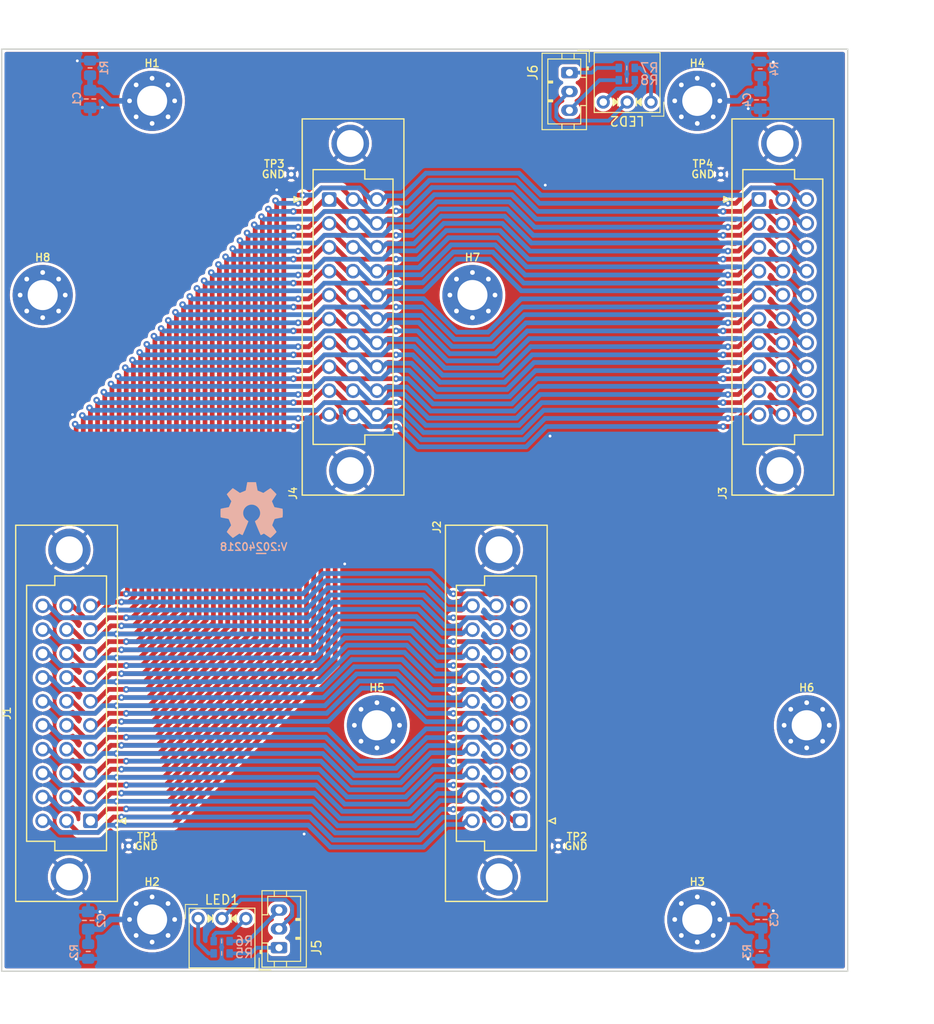
<source format=kicad_pcb>
(kicad_pcb (version 20240108) (generator "pcbnew") (generator_version "8.0")
  (layers (0 "F.Cu" mixed) (31 "B.Cu" mixed) (34 "B.Paste" user) (35 "F.Paste" user) (36 "B.SilkS" user "B.Silkscreen") (37 "F.SilkS" user "F.Silkscreen") (38 "B.Mask" user) (39 "F.Mask" user) (44 "Edge.Cuts" user))
  (net 0 "")
  (net 1 "GND")
  (net 2 "Net-(C1-Pad1)")
  (net 3 "Net-(C2-Pad1)")
  (net 4 "Net-(C3-Pad1)")
  (net 5 "Net-(C4-Pad1)")
  (net 6 "/A1")
  (net 7 "/A2")
  (net 8 "/A3")
  (net 9 "/A4")
  (net 10 "/A5")
  (net 11 "/A6")
  (net 12 "/A7")
  (net 13 "/A8")
  (net 14 "/A9")
  (net 15 "/A10")
  (net 16 "/B1")
  (net 17 "/B2")
  (net 18 "/B3")
  (net 19 "/B4")
  (net 20 "/B5")
  (net 21 "/B6")
  (net 22 "/B7")
  (net 23 "/B8")
  (net 24 "/B9")
  (net 25 "/B10")
  (net 26 "/C1")
  (net 27 "/C2")
  (net 28 "/C3")
  (net 29 "/C4")
  (net 30 "/C5")
  (net 31 "/C6")
  (net 32 "/C7")
  (net 33 "/C8")
  (net 34 "/C9")
  (net 35 "/C10")
  (net 36 "Net-(J5-Pin_1)")
  (net 37 "Net-(J5-Pin_2)")
  (net 38 "Net-(J5-Pin_3)")
  (net 39 "Net-(J6-Pin_1)")
  (net 40 "Net-(J6-Pin_2)")
  (net 41 "Net-(J6-Pin_3)")
  (net 42 "Net-(LED1-A1)")
  (net 43 "Net-(LED1-A2)")
  (net 44 "Net-(LED2-A1)")
  (net 45 "Net-(LED2-A2)")
  (footprint "SquantorPcbOutline:MountingHole_3.2mm_M3_Pad_Via" (layer "F.Cu") (at 136.1 45.4)
    (property "Reference" "H1")
    (property "Value" "M3")
  )
  (footprint "SquantorPcbOutline:MountingHole_3.2mm_M3_Pad_Via" (layer "F.Cu") (at 136.1 132.4)
    (property "Reference" "H2")
    (property "Value" "M3")
  )
  (footprint "SquantorPcbOutline:MountingHole_3.2mm_M3_Pad_Via" (layer "F.Cu") (at 194.1 132.4)
    (property "Reference" "H3")
    (property "Value" "M3")
  )
  (footprint "SquantorPcbOutline:MountingHole_3.2mm_M3_Pad_Via" (layer "F.Cu") (at 194.1 45.4)
    (property "Reference" "H4")
    (property "Value" "M3")
  )
  (footprint "SquantorConnectors:DIN41612_C3_3x10_Female_Vertical_THT_shields" (layer "F.Cu") (at 203.2 67.31 -90)
    (property "Reference" "J3")
    (property "Value" "~")
  )
  (footprint "SquantorPcbOutline:MountingHole_3.2mm_M3_Pad_Via" (layer "F.Cu") (at 205.74 111.76)
    (property "Reference" "H6")
    (property "Value" "M3")
  )
  (footprint "SquantorPcbOutline:MountingHole_3.2mm_M3_Pad_Via" (layer "F.Cu") (at 170.18 66.04)
    (property "Reference" "H7")
    (property "Value" "M3")
  )
  (footprint "SquantorTestPoints:TestPoint_hole_H05R10" (layer "F.Cu") (at 196.6 53.2)
    (property "Reference" "TP4")
    (property "Value" "GND")
  )
  (footprint "SquantorDiodes:LED_DUAL_TH245_90deg" (layer "F.Cu") (at 143.54 132.3)
    (property "Reference" "LED1")
    (property "Value" "LED_Dual_CC")
  )
  (footprint "SquantorConnectors:DIN41612_C3_3x10_Female_Vertical_THT_shields" (layer "F.Cu") (at 157.48 67.31 -90)
    (property "Reference" "J4")
    (property "Value" "~")
  )
  (footprint "SquantorTestPoints:TestPoint_hole_H05R10" (layer "F.Cu") (at 150.9 53.2)
    (property "Reference" "TP3")
    (property "Value" "GND")
  )
  (footprint "SquantorConnectors:DIN41612_C3_3x10_Female_Vertical_THT_shields" (layer "F.Cu") (at 127 110.49 90)
    (property "Reference" "J1")
    (property "Value" "~")
  )
  (footprint "SquantorPcbOutline:MountingHole_3.2mm_M3_Pad_Via" (layer "F.Cu") (at 124.46 66.04)
    (property "Reference" "H8")
    (property "Value" "M3")
  )
  (footprint "SquantorConnectors:DIN41612_C3_3x10_Female_Vertical_THT_shields" (layer "F.Cu") (at 172.72 110.49 90)
    (property "Reference" "J2")
    (property "Value" "~")
  )
  (footprint "SquantorTestPoints:TestPoint_hole_H05R10" (layer "F.Cu") (at 179.3 124.6)
    (property "Reference" "TP2")
    (property "Value" "GND")
  )
  (footprint "SquantorDiodes:LED_DUAL_TH245_90deg" (layer "F.Cu") (at 186.6375 45.53 180)
    (property "Reference" "LED2")
    (property "Value" "LED_Dual_CC")
  )
  (footprint "Connector_JST:JST_PH_B3B-PH-K_1x03_P2.00mm_Vertical" (layer "F.Cu") (at 180.5 42.4 -90)
    (property "Reference" "J6")
    (property "Value" "Conn_01x03")
  )
  (footprint "SquantorPcbOutline:MountingHole_3.2mm_M3_Pad_Via" (layer "F.Cu") (at 160.02 111.76)
    (property "Reference" "H5")
    (property "Value" "M3")
  )
  (footprint "SquantorTestPoints:TestPoint_hole_H05R10" (layer "F.Cu") (at 133.6 124.6)
    (property "Reference" "TP1")
    (property "Value" "GND")
  )
  (footprint "Connector_JST:JST_PH_B3B-PH-K_1x03_P2.00mm_Vertical" (layer "F.Cu") (at 149.6 135.4 90)
    (property "Reference" "J5")
    (property "Value" "Conn_01x03")
  )
  (footprint "Symbol:OSHW-Symbol_6.7x6mm_SilkScreen" (layer "B.Cu") (at 146.7 88.9 180)
    (property "Reference" "N1" (hide yes))
    (property "Value" "OHWLOGO" (hide yes))
  )
  (footprint "SquantorLabels:Label_Generic" (layer "B.Cu") (at 147.7 92.9 180)
    (property "Reference" "N2" (hide yes))
    (property "Value" "V:20240218")
  )
  (footprint "SquantorRcl:R_0603_hand" (layer "B.Cu") (at 186.6 43.2 180)
    (property "Reference" "R8")
    (property "Value" "R")
  )
  (footprint "SquantorRcl:R_0603_hand" (layer "B.Cu") (at 143.5 134.7)
    (property "Reference" "R6")
    (property "Value" "R")
  )
  (footprint "SquantorResistor:R_0805+0603" (layer "B.Cu") (at 200.9 135.8 -90)
    (property "Reference" "R3")
    (property "Value" "1K")
  )
  (footprint "SquantorCapacitor:C_0805+0603" (layer "B.Cu") (at 200.9 132.4 90)
    (property "Reference" "C3")
    (property "Value" "10n")
  )
  (footprint "SquantorCapacitor:C_0805+0603" (layer "B.Cu") (at 129.3 132.5 90)
    (property "Reference" "C2")
    (property "Value" "10n")
  )
  (footprint "SquantorRcl:R_0603_hand" (layer "B.Cu") (at 186.6 41.9 180)
    (property "Reference" "R7")
    (property "Value" "R")
  )
  (footprint "SquantorCapacitor:C_0805+0603" (layer "B.Cu") (at 129.5 45.2 -90)
    (property "Reference" "C1")
    (property "Value" "10n")
  )
  (footprint "SquantorRcl:R_0603_hand" (layer "B.Cu") (at 143.5 136)
    (property "Reference" "R5")
    (property "Value" "R")
  )
  (footprint "SquantorResistor:R_0805+0603" (layer "B.Cu") (at 200.8 42 90)
    (property "Reference" "R4")
    (property "Value" "1K")
  )
  (footprint "SquantorResistor:R_0805+0603" (layer "B.Cu") (at 129.3 135.8 -90)
    (property "Reference" "R2")
    (property "Value" "1K")
  )
  (footprint "SquantorResistor:R_0805+0603" (layer "B.Cu") (at 129.5 41.9 90)
    (property "Reference" "R1")
    (property "Value" "1K")
  )
  (footprint "SquantorCapacitor:C_0805+0603" (layer "B.Cu") (at 200.8 45.3 -90)
    (property "Reference" "C4")
    (property "Value" "10n")
  )
  (gr_line (start 120.1 137.9) (end 210.1 137.9) (stroke (width 0.15)) (layer "Edge.Cuts"))
  (gr_line (start 120.1 39.9) (end 120.1 137.9) (stroke (width 0.15)) (layer "Edge.Cuts"))
  (gr_line (start 210.1 137.9) (end 210.1 39.9) (stroke (width 0.15)) (layer "Edge.Cuts"))
  (gr_line (start 210.1 39.9) (end 120.1 39.9) (stroke (width 0.15)) (layer "Edge.Cuts"))
  (via (at 149.352 54.864) (size 0.7) (drill 0.3) (layers "F.Cu" "B.Cu") (net 1))
  (via (at 199.517 46.228) (size 0.7) (drill 0.3) (layers "F.Cu" "B.Cu") (net 1))
  (via (at 152.273 123.317) (size 0.7) (drill 0.3) (layers "F.Cu" "B.Cu") (net 1))
  (via (at 156.591 94.615) (size 0.7) (drill 0.3) (layers "F.Cu" "B.Cu") (net 1))
  (via (at 202.184 41.275) (size 0.7) (drill 0.3) (layers "F.Cu" "B.Cu") (net 1))
  (via (at 177.927 54.356) (size 0.7) (drill 0.3) (layers "F.Cu" "B.Cu") (net 1))
  (via (at 178.435 81.026) (size 0.7) (drill 0.3) (layers "F.Cu" "B.Cu") (net 1))
  (via (at 128.143 41.148) (size 0.7) (drill 0.3) (layers "F.Cu" "B.Cu") (net 1))
  (via (at 128.016 136.6) (size 0.7) (drill 0.3) (layers "F.Cu" "B.Cu") (net 1))
  (via (at 130.556 131.572) (size 0.7) (drill 0.3) (layers "F.Cu" "B.Cu") (net 1))
  (via (at 130.81 46.101) (size 0.7) (drill 0.3) (layers "F.Cu" "B.Cu") (net 1))
  (via (at 127.635 78.74) (size 0.7) (drill 0.3) (layers "F.Cu" "B.Cu") (net 1))
  (via (at 199.5 136.6) (size 0.7) (drill 0.3) (layers "F.Cu" "B.Cu") (net 1))
  (via (at 202.184 131.4704) (size 0.7) (drill 0.3) (layers "F.Cu" "B.Cu") (net 1))
  (segment (start 129.5 42.675) (end 129.5 44.275) (width 0.6) (layer "B.Cu") (net 2))
  (segment (start 131.7 45.4) (end 133.7 45.4) (width 0.6) (layer "B.Cu") (net 2))
  (segment (start 129.5 44.275) (end 130.575 44.275) (width 0.6) (layer "B.Cu") (net 2))
  (segment (start 130.575 44.275) (end 131.7 45.4) (width 0.6) (layer "B.Cu") (net 2))
  (segment (start 131.7 132.4) (end 133.7 132.4) (width 0.6) (layer "B.Cu") (net 3))
  (segment (start 130.675 133.425) (end 129.3 133.425) (width 0.6) (layer "B.Cu") (net 3))
  (segment (start 129.3 133.425) (end 129.3 135.025) (width 0.6) (layer "B.Cu") (net 3))
  (segment (start 131.7 132.4) (end 130.675 133.425) (width 0.6) (layer "B.Cu") (net 3))
  (segment (start 200.9 133.325) (end 200.9 135.025) (width 0.6) (layer "B.Cu") (net 4))
  (segment (start 200.9 133.325) (end 199.425 133.325) (width 0.6) (layer "B.Cu") (net 4))
  (segment (start 199.425 133.325) (end 198.5 132.4) (width 0.6) (layer "B.Cu") (net 4))
  (segment (start 198.5 132.4) (end 196.5 132.4) (width 0.6) (layer "B.Cu") (net 4))
  (segment (start 198.5 45.4) (end 196.5 45.4) (width 0.6) (layer "B.Cu") (net 5))
  (segment (start 199.525 44.375) (end 198.5 45.4) (width 0.6) (layer "B.Cu") (net 5))
  (segment (start 200.8 44.375) (end 199.525 44.375) (width 0.6) (layer "B.Cu") (net 5))
  (segment (start 200.8 42.775) (end 200.8 44.375) (width 0.6) (layer "B.Cu") (net 5))
  (segment (start 153.162 57.15) (end 151.13 57.15) (width 0.5) (layer "F.Cu") (net 6))
  (segment (start 148.463 56.896) (end 148.59 57.023) (width 0.5) (layer "F.Cu") (net 6))
  (segment (start 154.051 104.648) (end 138.049 120.65) (width 0.5) (layer "F.Cu") (net 6))
  (segment (start 168.148 120.6875) (end 168.1855 120.65) (width 0.5) (layer "F.Cu") (net 6))
  (segment (start 200.66 55.88) (end 200.152 55.88) (width 0.5) (layer "F.Cu") (net 6))
  (segment (start 168.1855 120.65) (end 173.228 120.65) (width 0.5) (layer "F.Cu") (net 6))
  (segment (start 156.972 57.15) (end 155.702 55.88) (width 0.5) (layer "F.Cu") (net 6))
  (segment (start 155.702 55.88) (end 154.94 55.88) (width 0.5) (layer "F.Cu") (net 6))
  (segment (start 200.152 55.88) (end 198.882 57.15) (width 0.5) (layer "F.Cu") (net 6))
  (segment (start 154.94 55.88) (end 154.432 55.88) (width 0.5) (layer "F.Cu") (net 6))
  (segment (start 198.882 57.15) (end 196.85 57.15) (width 0.5) (layer "F.Cu") (net 6))
  (segment (start 154.432 55.88) (end 153.162 57.15) (width 0.5) (layer "F.Cu") (net 6))
  (segment (start 162.052 57.1125) (end 162.0145 57.15) (width 0.5) (layer "F.Cu") (net 6))
  (segment (start 162.0145 57.15) (end 156.972 57.15) (width 0.5) (layer "F.Cu") (net 6))
  (segment (start 154.051 87.884) (end 154.051 104.648) (width 0.5) (layer "F.Cu") (net 6))
  (segment (start 174.498 121.92) (end 175.26 121.92) (width 0.5) (layer "F.Cu") (net 6))
  (segment (start 148.59 82.423) (end 154.051 87.884) (width 0.5) (layer "F.Cu") (net 6))
  (segment (start 138.049 120.65) (end 133.35 120.65) (width 0.5) (layer "F.Cu") (net 6))
  (segment (start 131.318 120.65) (end 133.35 120.65) (width 0.5) (layer "F.Cu") (net 6))
  (segment (start 148.59 57.023) (end 148.59 82.423) (width 0.5) (layer "F.Cu") (net 6))
  (segment (start 130.048 121.92) (end 131.318 120.65) (width 0.5) (layer "F.Cu") (net 6))
  (segment (start 173.228 120.65) (end 174.498 121.92) (width 0.5) (layer "F.Cu") (net 6))
  (segment (start 129.54 121.92) (end 130.048 121.92) (width 0.5) (layer "F.Cu") (net 6))
  (via (at 151.13 57.15) (size 0.7) (drill 0.3) (layers "F.Cu" "B.Cu") (net 6))
  (via (at 133.35 120.65) (size 0.7) (drill 0.3) (layers "F.Cu" "B.Cu") (net 6))
  (via (at 162.052 57.1125) (size 0.7) (drill 0.3) (layers "F.Cu" "B.Cu") (net 6))
  (via (at 148.463 56.896) (size 0.7) (drill 0.3) (layers "F.Cu" "B.Cu") (net 6))
  (via (at 168.148 120.6875) (size 0.7) (drill 0.3) (layers "F.Cu" "B.Cu") (net 6))
  (via (at 196.85 57.15) (size 0.7) (drill 0.3) (layers "F.Cu" "B.Cu") (net 6))
  (segment (start 148.717 57.15) (end 151.13 57.15) (width 0.5) (layer "B.Cu") (net 6))
  (segment (start 177.165 57.15) (end 174.625 54.61) (width 0.5) (layer "B.Cu") (net 6))
  (segment (start 163.3595 57.1125) (end 162.052 57.1125) (width 0.5) (layer "B.Cu") (net 6))
  (segment (start 164.338 123.19) (end 166.8405 120.6875) (width 0.5) (layer "B.Cu") (net 6))
  (segment (start 133.35 120.65) (end 153.035 120.65) (width 0.5) (layer "B.Cu") (net 6))
  (segment (start 174.625 54.61) (end 165.862 54.61) (width 0.5) (layer "B.Cu") (net 6))
  (segment (start 155.575 123.19) (end 164.338 123.19) (width 0.5) (layer "B.Cu") (net 6))
  (segment (start 196.85 57.15) (end 177.165 57.15) (width 0.5) (layer "B.Cu") (net 6))
  (segment (start 166.8405 120.6875) (end 168.148 120.6875) (width 0.5) (layer "B.Cu") (net 6))
  (segment (start 148.463 56.896) (end 148.717 57.15) (width 0.5) (layer "B.Cu") (net 6))
  (segment (start 153.035 120.65) (end 155.575 123.19) (width 0.5) (layer "B.Cu") (net 6))
  (segment (start 165.862 54.61) (end 163.3595 57.1125) (width 0.5) (layer "B.Cu") (net 6))
  (segment (start 151.765 88.646) (end 151.765 103.886) (width 0.5) (layer "F.Cu") (net 7))
  (segment (start 131.445 118.11) (end 133.35 118.11) (width 0.5) (layer "F.Cu") (net 7))
  (segment (start 154.94 58.42) (end 154.305 58.42) (width 0.5) (layer "F.Cu") (net 7))
  (segment (start 146.304 59.5376) (end 146.304 83.185) (width 0.5) (layer "F.Cu") (net 7))
  (segment (start 130.175 119.38) (end 131.445 118.11) (width 0.5) (layer "F.Cu") (net 7))
  (segment (start 168.148 118.11) (end 173.355 118.11) (width 0.5) (layer "F.Cu") (net 7))
  (segment (start 146.2024 59.436) (end 146.304 59.5376) (width 0.5) (layer "F.Cu") (net 7))
  (segment (start 174.625 119.38) (end 175.26 119.38) (width 0.5) (layer "F.Cu") (net 7))
  (segment (start 198.755 59.69) (end 196.85 59.69) (width 0.5) (layer "F.Cu") (net 7))
  (segment (start 153.035 59.69) (end 151.13 59.69) (width 0.5) (layer "F.Cu") (net 7))
  (segment (start 200.025 58.42) (end 198.755 59.69) (width 0.5) (layer "F.Cu") (net 7))
  (segment (start 151.765 103.886) (end 137.541 118.11) (width 0.5) (layer "F.Cu") (net 7))
  (segment (start 156.845 59.69) (end 155.575 58.42) (width 0.5) (layer "F.Cu") (net 7))
  (segment (start 154.305 58.42) (end 153.035 59.69) (width 0.5) (layer "F.Cu") (net 7))
  (segment (start 200.66 58.42) (end 200.025 58.42) (width 0.5) (layer "F.Cu") (net 7))
  (segment (start 173.355 118.11) (end 174.625 119.38) (width 0.5) (layer "F.Cu") (net 7))
  (segment (start 137.541 118.11) (end 133.35 118.11) (width 0.5) (layer "F.Cu") (net 7))
  (segment (start 155.575 58.42) (end 154.94 58.42) (width 0.5) (layer "F.Cu") (net 7))
  (segment (start 129.54 119.38) (end 130.175 119.38) (width 0.5) (layer "F.Cu") (net 7))
  (segment (start 146.304 83.185) (end 151.765 88.646) (width 0.5) (layer "F.Cu") (net 7))
  (segment (start 162.052 59.69) (end 156.845 59.69) (width 0.5) (layer "F.Cu") (net 7))
  (via (at 162.052 59.69) (size 0.7) (drill 0.3) (layers "F.Cu" "B.Cu") (net 7))
  (via (at 168.148 118.11) (size 0.7) (drill 0.3) (layers "F.Cu" "B.Cu") (net 7))
  (via (at 133.35 118.11) (size 0.7) (drill 0.3) (layers "F.Cu" "B.Cu") (net 7))
  (via (at 151.13 59.69) (size 0.7) (drill 0.3) (layers "F.Cu" "B.Cu") (net 7))
  (via (at 196.85 59.69) (size 0.7) (drill 0.3) (layers "F.Cu" "B.Cu") (net 7))
  (via (at 146.2024 59.436) (size 0.7) (drill 0.3) (layers "F.Cu" "B.Cu") (net 7))
  (segment (start 163.83 59.69) (end 162.052 59.69) (width 0.5) (layer "B.Cu") (net 7))
  (segment (start 163.576 120.904) (end 166.37 118.11) (width 0.5) (layer "B.Cu") (net 7))
  (segment (start 166.624 56.896) (end 163.83 59.69) (width 0.5) (layer "B.Cu") (net 7))
  (segment (start 146.2024 59.436) (end 146.4564 59.69) (width 0.5) (layer "B.Cu") (net 7))
  (segment (start 173.863 56.896) (end 166.624 56.896) (width 0.5) (layer "B.Cu") (net 7))
  (segment (start 153.543 118.11) (end 156.337 120.904) (width 0.5) (layer "B.Cu") (net 7))
  (segment (start 166.37 118.11) (end 168.148 118.11) (width 0.5) (layer "B.Cu") (net 7))
  (segment (start 196.85 59.69) (end 176.657 59.69) (width 0.5) (layer "B.Cu") (net 7))
  (segment (start 133.35 118.11) (end 153.543 118.11) (width 0.5) (layer "B.Cu") (net 7))
  (segment (start 146.4564 59.69) (end 151.13 59.69) (width 0.5) (layer "B.Cu") (net 7))
  (segment (start 156.337 120.904) (end 163.576 120.904) (width 0.5) (layer "B.Cu") (net 7))
  (segment (start 176.657 59.69) (end 173.863 56.896) (width 0.5) (layer "B.Cu") (net 7))
  (segment (start 173.355 115.57) (end 174.625 116.84) (width 0.5) (layer "F.Cu") (net 8))
  (segment (start 153.035 62.23) (end 151.13 62.23) (width 0.5) (layer "F.Cu") (net 8))
  (segment (start 131.445 115.57) (end 133.35 115.57) (width 0.5) (layer "F.Cu") (net 8))
  (segment (start 200.66 60.96) (end 200.025 60.96) (width 0.5) (layer "F.Cu") (net 8))
  (segment (start 149.479 103.124) (end 137.033 115.57) (width 0.5) (layer "F.Cu") (net 8))
  (segment (start 154.94 60.96) (end 154.305 60.96) (width 0.5) (layer "F.Cu") (net 8))
  (segment (start 162.052 62.23) (end 156.845 62.23) (width 0.5) (layer "F.Cu") (net 8))
  (segment (start 144.018 83.947) (end 149.479 89.408) (width 0.5) (layer "F.Cu") (net 8))
  (segment (start 156.845 62.23) (end 155.575 60.96) (width 0.5) (layer "F.Cu") (net 8))
  (segment (start 130.175 116.84) (end 131.445 115.57) (width 0.5) (layer "F.Cu") (net 8))
  (segment (start 149.479 89.408) (end 149.479 103.124) (width 0.5) (layer "F.Cu") (net 8))
  (segment (start 168.148 115.57) (end 173.355 115.57) (width 0.5) (layer "F.Cu") (net 8))
  (segment (start 129.54 116.84) (end 130.175 116.84) (width 0.5) (layer "F.Cu") (net 8))
  (segment (start 144.018 62.0776) (end 144.018 83.947) (width 0.5) (layer "F.Cu") (net 8))
  (segment (start 143.9164 61.976) (end 144.018 62.0776) (width 0.5) (layer "F.Cu") (net 8))
  (segment (start 154.305 60.96) (end 153.035 62.23) (width 0.5) (layer "F.Cu") (net 8))
  (segment (start 198.755 62.23) (end 196.85 62.23) (width 0.5) (layer "F.Cu") (net 8))
  (segment (start 155.575 60.96) (end 154.94 60.96) (width 0.5) (layer "F.Cu") (net 8))
  (segment (start 137.033 115.57) (end 133.35 115.57) (width 0.5) (layer "F.Cu") (net 8))
  (segment (start 200.025 60.96) (end 198.755 62.23) (width 0.5) (layer "F.Cu") (net 8))
  (segment (start 174.625 116.84) (end 175.26 116.84) (width 0.5) (layer "F.Cu") (net 8))
  (via (at 143.9164 61.976) (size 0.7) (drill 0.3) (layers "F.Cu" "B.Cu") (net 8))
  (via (at 151.13 62.23) (size 0.7) (drill 0.3) (layers "F.Cu" "B.Cu") (net 8))
  (via (at 196.85 62.23) (size 0.7) (drill 0.3) (layers "F.Cu" "B.Cu") (net 8))
  (via (at 168.148 115.57) (size 0.7) (drill 0.3) (layers "F.Cu" "B.Cu") (net 8))
  (via (at 133.35 115.57) (size 0.7) (drill 0.3) (layers "F.Cu" "B.Cu") (net 8))
  (via (at 162.052 62.23) (size 0.7) (drill 0.3) (layers "F.Cu" "B.Cu") (net 8))
  (segment (start 154.051 115.57) (end 157.099 118.618) (width 0.5) (layer "B.Cu") (net 8))
  (segment (start 165.862 115.57) (end 168.148 115.57) (width 0.5) (layer "B.Cu") (net 8))
  (segment (start 176.149 62.23) (end 173.101 59.182) (width 0.5) (layer "B.Cu") (net 8))
  (segment (start 157.099 118.618) (end 162.814 118.618) (width 0.5) (layer "B.Cu") (net 8))
  (segment (start 167.386 59.182) (end 164.338 62.23) (width 0.5) (layer "B.Cu") (net 8))
  (segment (start 144.1704 62.23) (end 151.13 62.23) (width 0.5) (layer "B.Cu") (net 8))
  (segment (start 164.338 62.23) (end 162.052 62.23) (width 0.5) (layer "B.Cu") (net 8))
  (segment (start 162.814 118.618) (end 165.862 115.57) (width 0.5) (layer "B.Cu") (net 8))
  (segment (start 196.85 62.23) (end 176.149 62.23) (width 0.5) (layer "B.Cu") (net 8))
  (segment (start 173.101 59.182) (end 167.386 59.182) (width 0.5) (layer "B.Cu") (net 8))
  (segment (start 133.35 115.57) (end 154.051 115.57) (width 0.5) (layer "B.Cu") (net 8))
  (segment (start 143.9164 61.976) (end 144.1704 62.23) (width 0.5) (layer "B.Cu") (net 8))
  (segment (start 200.66 63.5) (end 200.025 63.5) (width 0.5) (layer "F.Cu") (net 9))
  (segment (start 162.0145 64.77) (end 156.845 64.77) (width 0.5) (layer "F.Cu") (net 9))
  (segment (start 156.845 64.77) (end 155.575 63.5) (width 0.5) (layer "F.Cu") (net 9))
  (segment (start 173.355 113.03) (end 174.625 114.3) (width 0.5) (layer "F.Cu") (net 9))
  (segment (start 154.94 63.5) (end 154.305 63.5) (width 0.5) (layer "F.Cu") (net 9))
  (segment (start 147.193 102.362) (end 136.525 113.03) (width 0.5) (layer "F.Cu") (net 9))
  (segment (start 168.148 113.0675) (end 168.1855 113.03) (width 0.5) (layer "F.Cu") (net 9))
  (segment (start 168.1855 113.03) (end 173.355 113.03) (width 0.5) (layer "F.Cu") (net 9))
  (segment (start 130.175 114.3) (end 131.445 113.03) (width 0.5) (layer "F.Cu") (net 9))
  (segment (start 162.052 64.7325) (end 162.0145 64.77) (width 0.5) (layer "F.Cu") (net 9))
  (segment (start 154.305 63.5) (end 153.035 64.77) (width 0.5) (layer "F.Cu") (net 9))
  (segment (start 198.755 64.77) (end 196.85 64.77) (width 0.5) (layer "F.Cu") (net 9))
  (segment (start 174.625 114.3) (end 175.26 114.3) (width 0.5) (layer "F.Cu") (net 9))
  (segment (start 141.732 64.6176) (end 141.732 84.709) (width 0.5) (layer "F.Cu") (net 9))
  (segment (start 200.025 63.5) (end 198.755 64.77) (width 0.5) (layer "F.Cu") (net 9))
  (segment (start 131.445 113.03) (end 133.35 113.03) (width 0.5) (layer "F.Cu") (net 9))
  (segment (start 141.6304 64.516) (end 141.732 64.6176) (width 0.5) (layer "F.Cu") (net 9))
  (segment (start 136.525 113.03) (end 133.35 113.03) (width 0.5) (layer "F.Cu") (net 9))
  (segment (start 147.193 90.17) (end 147.193 102.362) (width 0.5) (layer "F.Cu") (net 9))
  (segment (start 153.035 64.77) (end 151.13 64.77) (width 0.5) (layer "F.Cu") (net 9))
  (segment (start 129.54 114.3) (end 130.175 114.3) (width 0.5) (layer "F.Cu") (net 9))
  (segment (start 141.732 84.709) (end 147.193 90.17) (width 0.5) (layer "F.Cu") (net 9))
  (segment (start 155.575 63.5) (end 154.94 63.5) (width 0.5) (layer "F.Cu") (net 9))
  (via (at 168.148 113.0675) (size 0.7) (drill 0.3) (layers "F.Cu" "B.Cu") (net 9))
  (via (at 141.6304 64.516) (size 0.7) (drill 0.3) (layers "F.Cu" "B.Cu") (net 9))
  (via (at 151.13 64.77) (size 0.7) (drill 0.3) (layers "F.Cu" "B.Cu") (net 9))
  (via (at 196.85 64.77) (size 0.7) (drill 0.3) (layers "F.Cu" "B.Cu") (net 9))
  (via (at 162.052 64.7325) (size 0.7) (drill 0.3) (layers "F.Cu" "B.Cu") (net 9))
  (via (at 133.35 113.03) (size 0.7) (drill 0.3) (layers "F.Cu" "B.Cu") (net 9))
  (segment (start 162.052 116.332) (end 165.3165 113.0675) (width 0.5) (layer "B.Cu") (net 9))
  (segment (start 164.8835 64.7325) (end 162.052 64.7325) (width 0.5) (layer "B.Cu") (net 9))
  (segment (start 141.8844 64.77) (end 151.13 64.77) (width 0.5) (layer "B.Cu") (net 9))
  (segment (start 141.6304 64.516) (end 141.8844 64.77) (width 0.5) (layer "B.Cu") (net 9))
  (segment (start 165.3165 113.0675) (end 168.148 113.0675) (width 0.5) (layer "B.Cu") (net 9))
  (segment (start 172.339 61.468) (end 168.148 61.468) (width 0.5) (layer "B.Cu") (net 9))
  (segment (start 168.148 61.468) (end 164.8835 64.7325) (width 0.5) (layer "B.Cu") (net 9))
  (segment (start 133.35 113.03) (end 154.559 113.03) (width 0.5) (layer "B.Cu") (net 9))
  (segment (start 175.641 64.77) (end 172.339 61.468) (width 0.5) (layer "B.Cu") (net 9))
  (segment (start 157.861 116.332) (end 162.052 116.332) (width 0.5) (layer "B.Cu") (net 9))
  (segment (start 196.85 64.77) (end 175.641 64.77) (width 0.5) (layer "B.Cu") (net 9))
  (segment (start 154.559 113.03) (end 157.861 116.332) (width 0.5) (layer "B.Cu") (net 9))
  (segment (start 156.845 67.31) (end 155.575 66.04) (width 0.5) (layer "F.Cu") (net 10))
  (segment (start 154.94 66.04) (end 154.305 66.04) (width 0.5) (layer "F.Cu") (net 10))
  (segment (start 153.035 67.31) (end 151.13 67.31) (width 0.5) (layer "F.Cu") (net 10))
  (segment (start 155.575 66.04) (end 154.94 66.04) (width 0.5) (layer "F.Cu") (net 10))
  (segment (start 168.148 110.49) (end 173.355 110.49) (width 0.5) (layer "F.Cu") (net 10))
  (segment (start 200.025 66.04) (end 198.755 67.31) (width 0.5) (layer "F.Cu") (net 10))
  (segment (start 130.175 111.76) (end 131.445 110.49) (width 0.5) (layer "F.Cu") (net 10))
  (segment (start 139.3444 67.056) (end 139.446 67.1576) (width 0.5) (layer "F.Cu") (net 10))
  (segment (start 173.355 110.49) (end 174.625 111.76) (width 0.5) (layer "F.Cu") (net 10))
  (segment (start 174.625 111.76) (end 175.26 111.76) (width 0.5) (layer "F.Cu") (net 10))
  (segment (start 200.66 66.04) (end 200.025 66.04) (width 0.5) (layer "F.Cu") (net 10))
  (segment (start 139.446 85.654581) (end 144.907 91.115581) (width 0.5) (layer "F.Cu") (net 10))
  (segment (start 144.907 101.6) (end 136.017 110.49) (width 0.5) (layer "F.Cu") (net 10))
  (segment (start 144.907 91.115581) (end 144.907 101.6) (width 0.5) (layer "F.Cu") (net 10))
  (segment (start 139.446 67.1576) (end 139.446 85.654581) (width 0.5) (layer "F.Cu") (net 10))
  (segment (start 198.755 67.31) (end 196.85 67.31) (width 0.5) (layer "F.Cu") (net 10))
  (segment (start 129.54 111.76) (end 130.175 111.76) (width 0.5) (layer "F.Cu") (net 10))
  (segment (start 131.445 110.49) (end 133.35 110.49) (width 0.5) (layer "F.Cu") (net 10))
  (segment (start 136.017 110.49) (end 133.35 110.49) (width 0.5) (layer "F.Cu") (net 10))
  (segment (start 162.052 67.31) (end 156.845 67.31) (width 0.5) (layer "F.Cu") (net 10))
  (segment (start 154.305 66.04) (end 153.035 67.31) (width 0.5) (layer "F.Cu") (net 10))
  (via (at 162.052 67.31) (size 0.7) (drill 0.3) (layers "F.Cu" "B.Cu") (net 10))
  (via (at 139.3444 67.056) (size 0.7) (drill 0.3) (layers "F.Cu" "B.Cu") (net 10))
  (via (at 196.85 67.31) (size 0.7) (drill 0.3) (layers "F.Cu" "B.Cu") (net 10))
  (via (at 151.13 67.31) (size 0.7) (drill 0.3) (layers "F.Cu" "B.Cu") (net 10))
  (via (at 133.35 110.49) (size 0.7) (drill 0.3) (layers "F.Cu" "B.Cu") (net 10))
  (via (at 168.148 110.49) (size 0.7) (drill 0.3) (layers "F.Cu" "B.Cu") (net 10))
  (segment (start 172.085 70.739) (end 175.514 67.31) (width 0.5) (layer "B.Cu") (net 10))
  (segment (start 139.5984 67.31) (end 151.13 67.31) (width 0.5) (layer "B.Cu") (net 10))
  (segment (start 154.686 110.49) (end 133.35 110.49) (width 0.5) (layer "B.Cu") (net 10))
  (segment (start 175.514 67.31) (end 196.85 67.31) (width 0.5) (layer "B.Cu") (net 10))
  (segment (start 158.115 107.061) (end 154.686 110.49) (width 0.5) (layer "B.Cu") (net 10))
  (segment (start 168.148 110.49) (end 165.354 110.49) (width 0.5) (layer "B.Cu") (net 10))
  (segment (start 165.354 110.49) (end 161.925 107.061) (width 0.5) (layer "B.Cu") (net 10))
  (segment (start 162.052 67.31) (end 164.846 67.31) (width 0.5) (layer "B.Cu") (net 10))
  (segment (start 168.275 70.739) (end 172.085 70.739) (width 0.5) (layer "B.Cu") (net 10))
  (segment (start 139.3444 67.056) (end 139.5984 67.31) (width 0.5) (layer "B.Cu") (net 10))
  (segment (start 161.925 107.061) (end 158.115 107.061) (width 0.5) (layer "B.Cu") (net 10))
  (segment (start 164.846 67.31) (end 168.275 70.739) (width 0.5) (layer "B.Cu") (net 10))
  (segment (start 168.148 107.95) (end 173.355 107.95) (width 0.5) (layer "F.Cu") (net 11))
  (segment (start 156.845 69.85) (end 155.575 68.58) (width 0.5) (layer "F.Cu") (net 11))
  (segment (start 135.509 107.95) (end 133.35 107.95) (width 0.5) (layer "F.Cu") (net 11))
  (segment (start 137.16 69.6976) (end 137.16 86.487) (width 0.5) (layer "F.Cu") (net 11))
  (segment (start 162.052 69.85) (end 156.845 69.85) (width 0.5) (layer "F.Cu") (net 11))
  (segment (start 153.035 69.85) (end 151.13 69.85) (width 0.5) (layer "F.Cu") (net 11))
  (segment (start 142.621 91.948) (end 142.621 100.838) (width 0.5) (layer "F.Cu") (net 11))
  (segment (start 174.625 109.22) (end 175.26 109.22) (width 0.5) (layer "F.Cu") (net 11))
  (segment (start 131.445 107.95) (end 133.35 107.95) (width 0.5) (layer "F.Cu") (net 11))
  (segment (start 129.54 109.22) (end 130.175 109.22) (width 0.5) (layer "F.Cu") (net 11))
  (segment (start 137.0584 69.596) (end 137.16 69.6976) (width 0.5) (layer "F.Cu") (net 11))
  (segment (start 155.575 68.58) (end 154.94 68.58) (width 0.5) (layer "F.Cu") (net 11))
  (segment (start 198.755 69.85) (end 196.85 69.85) (width 0.5) (layer "F.Cu") (net 11))
  (segment (start 200.025 68.58) (end 198.755 69.85) (width 0.5) (layer "F.Cu") (net 11))
  (segment (start 200.66 68.58) (end 200.025 68.58) (width 0.5) (layer "F.Cu") (net 11))
  (segment (start 137.16 86.487) (end 142.621 91.948) (width 0.5) (layer "F.Cu") (net 11))
  (segment (start 154.305 68.58) (end 153.035 69.85) (width 0.5) (layer "F.Cu") (net 11))
  (segment (start 154.94 68.58) (end 154.305 68.58) (width 0.5) (layer "F.Cu") (net 11))
  (segment (start 130.175 109.22) (end 131.445 107.95) (width 0.5) (layer "F.Cu") (net 11))
  (segment (start 173.355 107.95) (end 174.625 109.22) (width 0.5) (layer "F.Cu") (net 11))
  (segment (start 142.621 100.838) (end 135.509 107.95) (width 0.5) (layer "F.Cu") (net 11))
  (via (at 168.148 107.95) (size 0.7) (drill 0.3) (layers "F.Cu" "B.Cu") (net 11))
  (via (at 162.052 69.85) (size 0.7) (drill 0.3) (layers "F.Cu" "B.Cu") (net 11))
  (via (at 137.0584 69.596) (size 0.7) (drill 0.3) (layers "F.Cu" "B.Cu") (net 11))
  (via (at 196.85 69.85) (size 0.7) (drill 0.3) (layers "F.Cu" "B.Cu") (net 11))
  (via (at 151.13 69.85) (size 0.7) (drill 0.3) (layers "F.Cu" "B.Cu") (net 11))
  (via (at 133.35 107.95) (size 0.7) (drill 0.3) (layers "F.Cu" "B.Cu") (net 11))
  (segment (start 162.687 104.775) (end 157.353 104.775) (width 0.5) (layer "B.Cu") (net 11))
  (segment (start 137.0584 69.596) (end 137.3124 69.85) (width 0.5) (layer "B.Cu") (net 11))
  (segment (start 157.353 104.775) (end 154.178 107.95) (width 0.5) (layer "B.Cu") (net 11))
  (segment (start 137.3124 69.85) (end 151.13 69.85) (width 0.5) (layer "B.Cu") (net 11))
  (segment (start 154.178 107.95) (end 133.35 107.95) (width 0.5) (layer "B.Cu") (net 11))
  (segment (start 168.148 107.95) (end 165.862 107.95) (width 0.5) (layer "B.Cu") (net 11))
  (segment (start 165.862 107.95) (end 162.687 104.775) (width 0.5) (layer "B.Cu") (net 11))
  (segment (start 164.338 69.85) (end 167.513 73.025) (width 0.5) (layer "B.Cu") (net 11))
  (segment (start 172.847 73.025) (end 176.022 69.85) (width 0.5) (layer "B.Cu") (net 11))
  (segment (start 162.052 69.85) (end 164.338 69.85) (width 0.5) (layer "B.Cu") (net 11))
  (segment (start 176.022 69.85) (end 196.85 69.85) (width 0.5) (layer "B.Cu") (net 11))
  (segment (start 167.513 73.025) (end 172.847 73.025) (width 0.5) (layer "B.Cu") (net 11))
  (segment (start 140.335 92.71) (end 140.335 100.076) (width 0.5) (layer "F.Cu") (net 12))
  (segment (start 162.052 72.39) (end 156.845 72.39) (width 0.5) (layer "F.Cu") (net 12))
  (segment (start 135.001 105.41) (end 133.35 105.41) (width 0.5) (layer "F.Cu") (net 12))
  (segment (start 134.874 72.2376) (end 134.874 87.249) (width 0.5) (layer "F.Cu") (net 12))
  (segment (start 134.7724 72.136) (end 134.874 72.2376) (width 0.5) (layer "F.Cu") (net 12))
  (segment (start 200.66 71.12) (end 200.025 71.12) (width 0.5) (layer "F.Cu") (net 12))
  (segment (start 200.025 71.12) (end 198.755 72.39) (width 0.5) (layer "F.Cu") (net 12))
  (segment (start 140.335 100.076) (end 135.001 105.41) (width 0.5) (layer "F.Cu") (net 12))
  (segment (start 155.575 71.12) (end 154.94 71.12) (width 0.5) (layer "F.Cu") (net 12))
  (segment (start 168.148 105.41) (end 173.355 105.41) (width 0.5) (layer "F.Cu") (net 12))
  (segment (start 198.755 72.39) (end 196.85 72.39) (width 0.5) (layer "F.Cu") (net 12))
  (segment (start 174.625 106.68) (end 175.26 106.68) (width 0.5) (layer "F.Cu") (net 12))
  (segment (start 129.54 106.68) (end 130.175 106.68) (width 0.5) (layer "F.Cu") (net 12))
  (segment (start 154.305 71.12) (end 153.035 72.39) (width 0.5) (layer "F.Cu") (net 12))
  (segment (start 134.874 87.249) (end 140.335 92.71) (width 0.5) (layer "F.Cu") (net 12))
  (segment (start 130.175 106.68) (end 131.445 105.41) (width 0.5) (layer "F.Cu") (net 12))
  (segment (start 131.445 105.41) (end 133.35 105.41) (width 0.5) (layer "F.Cu") (net 12))
  (segment (start 173.355 105.41) (end 174.625 106.68) (width 0.5) (layer "F.Cu") (net 12))
  (segment (start 153.035 72.39) (end 151.13 72.39) (width 0.5) (layer "F.Cu") (net 12))
  (segment (start 156.845 72.39) (end 155.575 71.12) (width 0.5) (layer "F.Cu") (net 12))
  (segment (start 154.94 71.12) (end 154.305 71.12) (width 0.5) (layer "F.Cu") (net 12))
  (via (at 196.85 72.39) (size 0.7) (drill 0.3) (layers "F.Cu" "B.Cu") (net 12))
  (via (at 133.35 105.41) (size 0.7) (drill 0.3) (layers "F.Cu" "B.Cu") (net 12))
  (via (at 162.052 72.39) (size 0.7) (drill 0.3) (layers "F.Cu" "B.Cu") (net 12))
  (via (at 134.7724 72.136) (size 0.7) (drill 0.3) (layers "F.Cu" "B.Cu") (net 12))
  (via (at 168.148 105.41) (size 0.7) (drill 0.3) (layers "F.Cu" "B.Cu") (net 12))
  (via (at 151.13 72.39) (size 0.7) (drill 0.3) (layers "F.Cu" "B.Cu") (net 12))
  (segment (start 156.591 102.489) (end 153.67 105.41) (width 0.5) (layer "B.Cu") (net 12))
  (segment (start 135.0264 72.39) (end 151.13 72.39) (width 0.5) (layer "B.Cu") (net 12))
  (segment (start 153.67 105.41) (end 133.35 105.41) (width 0.5) (layer "B.Cu") (net 12))
  (segment (start 173.609 75.311) (end 176.53 72.39) (width 0.5) (layer "B.Cu") (net 12))
  (segment (start 162.052 72.39) (end 163.83 72.39) (width 0.5) (layer "B.Cu") (net 12))
  (segment (start 176.53 72.39) (end 196.85 72.39) (width 0.5) (layer "B.Cu") (net 12))
  (segment (start 166.37 105.41) (end 163.449 102.489) (width 0.5) (layer "B.Cu") (net 12))
  (segment (start 134.7724 72.136) (end 135.0264 72.39) (width 0.5) (layer "B.Cu") (net 12))
  (segment (start 166.751 75.311) (end 173.609 75.311) (width 0.5) (layer "B.Cu") (net 12))
  (segment (start 163.449 102.489) (end 156.591 102.489) (width 0.5) (layer "B.Cu") (net 12))
  (segment (start 163.83 72.39) (end 166.751 75.311) (width 0.5) (layer "B.Cu") (net 12))
  (segment (start 168.148 105.41) (end 166.37 105.41) (width 0.5) (layer "B.Cu") (net 12))
  (segment (start 138.049 99.314) (end 134.493 102.87) (width 0.5) (layer "F.Cu") (net 13))
  (segment (start 156.845 74.93) (end 155.575 73.66) (width 0.5) (layer "F.Cu") (net 13))
  (segment (start 131.445 102.87) (end 133.35 102.87) (width 0.5) (layer "F.Cu") (net 13))
  (segment (start 134.493 102.87) (end 133.35 102.87) (width 0.5) (layer "F.Cu") (net 13))
  (segment (start 154.94 73.66) (end 154.305 73.66) (width 0.5) (layer "F.Cu") (net 13))
  (segment (start 138.049 93.472) (end 138.049 99.314) (width 0.5) (layer "F.Cu") (net 13))
  (segment (start 132.588 88.011) (end 138.049 93.472) (width 0.5) (layer "F.Cu") (net 13))
  (segment (start 154.305 73.66) (end 153.035 74.93) (width 0.5) (layer "F.Cu") (net 13))
  (segment (start 200.025 73.66) (end 198.755 74.93) (width 0.5) (layer "F.Cu") (net 13))
  (segment (start 168.148 102.87) (end 173.355 102.87) (width 0.5) (layer "F.Cu") (net 13))
  (segment (start 153.035 74.93) (end 151.13 74.93) (width 0.5) (layer "F.Cu") (net 13))
  (segment (start 155.575 73.66) (end 154.94 73.66) (width 0.5) (layer "F.Cu") (net 13))
  (segment (start 173.355 102.87) (end 174.625 104.14) (width 0.5) (layer "F.Cu") (net 13))
  (segment (start 130.175 104.14) (end 131.445 102.87) (width 0.5) (layer "F.Cu") (net 13))
  (segment (start 132.4864 74.676) (end 132.588 74.7776) (width 0.5) (layer "F.Cu") (net 13))
  (segment (start 132.588 74.7776) (end 132.588 88.011) (width 0.5) (layer "F.Cu") (net 13))
  (segment (start 174.625 104.14) (end 175.26 104.14) (width 0.5) (layer "F.Cu") (net 13))
  (segment (start 200.66 73.66) (end 200.025 73.66) (width 0.5) (layer "F.Cu") (net 13))
  (segment (start 129.54 104.14) (end 130.175 104.14) (width 0.5) (layer "F.Cu") (net 13))
  (segment (start 162.052 74.93) (end 156.845 74.93) (width 0.5) (layer "F.Cu") (net 13))
  (segment (start 198.755 74.93) (end 196.85 74.93) (width 0.5) (layer "F.Cu") (net 13))
  (via (at 151.13 74.93) (size 0.7) (drill 0.3) (layers "F.Cu" "B.Cu") (net 13))
  (via (at 132.4864 74.676) (size 0.7) (drill 0.3) (layers "F.Cu" "B.Cu") (net 13))
  (via (at 168.148 102.87) (size 0.7) (drill 0.3) (layers "F.Cu" "B.Cu") (net 13))
  (via (at 133.35 102.87) (size 0.7) (drill 0.3) (layers "F.Cu" "B.Cu") (net 13))
  (via (at 162.052 74.93) (size 0.7) (drill 0.3) (layers "F.Cu" "B.Cu") (net 13))
  (via (at 196.85 74.93) (size 0.7) (drill 0.3) (layers "F.Cu" "B.Cu") (net 13))
  (segment (start 163.322 74.93) (end 165.989 77.597) (width 0.5) (layer "B.Cu") (net 13))
  (segment (start 153.162 102.87) (end 133.35 102.87) (width 0.5) (layer "B.Cu") (net 13))
  (segment (start 166.878 102.87) (end 164.211 100.203) (width 0.5) (layer "B.Cu") (net 13))
  (segment (start 164.211 100.203) (end 155.829 100.203) (width 0.5) (layer "B.Cu") (net 13))
  (segment (start 174.371 77.597) (end 177.038 74.93) (width 0.5) (layer "B.Cu") (net 13))
  (segment (start 168.148 102.87) (end 166.878 102.87) (width 0.5) (layer "B.Cu") (net 13))
  (segment (start 162.052 74.93) (end 163.322 74.93) (width 0.5) (layer "B.Cu") (net 13))
  (segment (start 132.7404 74.93) (end 151.13 74.93) (width 0.5) (layer "B.Cu") (net 13))
  (segment (start 132.4864 74.676) (end 132.7404 74.93) (width 0.5) (layer "B.Cu") (net 13))
  (segment (start 177.038 74.93) (end 196.85 74.93) (width 0.5) (layer "B.Cu") (net 13))
  (segment (start 165.989 77.597) (end 174.371 77.597) (width 0.5) (layer "B.Cu") (net 13))
  (segment (start 155.829 100.203) (end 153.162 102.87) (width 0.5) (layer "B.Cu") (net 13))
  (segment (start 130.302 77.3176) (end 130.302 88.773) (width 0.5) (layer "F.Cu") (net 14))
  (segment (start 173.355 100.33) (end 174.625 101.6) (width 0.5) (layer "F.Cu") (net 14))
  (segment (start 135.763 94.234) (end 135.763 98.552) (width 0.5) (layer "F.Cu") (net 14))
  (segment (start 156.845 77.47) (end 155.575 76.2) (width 0.5) (layer "F.Cu") (net 14))
  (segment (start 130.2004 77.216) (end 130.302 77.3176) (width 0.5) (layer "F.Cu") (net 14))
  (segment (start 154.94 76.2) (end 154.305 76.2) (width 0.5) (layer "F.Cu") (net 14))
  (segment (start 135.763 98.552) (end 133.985 100.33) (width 0.5) (layer "F.Cu") (net 14))
  (segment (start 130.302 88.773) (end 135.763 94.234) (width 0.5) (layer "F.Cu") (net 14))
  (segment (start 153.035 77.47) (end 151.13 77.47) (width 0.5) (layer "F.Cu") (net 14))
  (segment (start 200.025 76.2) (end 198.755 77.47) (width 0.5) (layer "F.Cu") (net 14))
  (segment (start 168.148 100.33) (end 173.355 100.33) (width 0.5) (layer "F.Cu") (net 14))
  (segment (start 130.175 101.6) (end 131.445 100.33) (width 0.5) (layer "F.Cu") (net 14))
  (segment (start 200.66 76.2) (end 200.025 76.2) (width 0.5) (layer "F.Cu") (net 14))
  (segment (start 154.305 76.2) (end 153.035 77.47) (width 0.5) (layer "F.Cu") (net 14))
  (segment (start 155.575 76.2) (end 154.94 76.2) (width 0.5) (layer "F.Cu") (net 14))
  (segment (start 162.052 77.47) (end 156.845 77.47) (width 0.5) (layer "F.Cu") (net 14))
  (segment (start 198.755 77.47) (end 196.85 77.47) (width 0.5) (layer "F.Cu") (net 14))
  (segment (start 174.625 101.6) (end 175.26 101.6) (width 0.5) (layer "F.Cu") (net 14))
  (segment (start 131.445 100.33) (end 133.35 100.33) (width 0.5) (layer "F.Cu") (net 14))
  (segment (start 133.985 100.33) (end 133.35 100.33) (width 0.5) (layer "F.Cu") (net 14))
  (segment (start 129.54 101.6) (end 130.175 101.6) (width 0.5) (layer "F.Cu") (net 14))
  (via (at 196.85 77.47) (size 0.7) (drill 0.3) (layers "F.Cu" "B.Cu") (net 14))
  (via (at 133.35 100.33) (size 0.7) (drill 0.3) (layers "F.Cu" "B.Cu") (net 14))
  (via (at 162.052 77.47) (size 0.7) (drill 0.3) (layers "F.Cu" "B.Cu") (net 14))
  (via (at 130.2004 77.216) (size 0.7) (drill 0.3) (layers "F.Cu" "B.Cu") (net 14))
  (via (at 151.13 77.47) (size 0.7) (drill 0.3) (layers "F.Cu" "B.Cu") (net 14))
  (via (at 168.148 100.33) (size 0.7) (drill 0.3) (layers "F.Cu" "B.Cu") (net 14))
  (segment (start 162.814 77.47) (end 165.227 79.883) (width 0.5) (layer "B.Cu") (net 14))
  (segment (start 164.973 97.917) (end 155.067 97.917) (width 0.5) (layer "B.Cu") (net 14))
  (segment (start 162.052 77.47) (end 162.814 77.47) (width 0.5) (layer "B.Cu") (net 14))
  (segment (start 155.067 97.917) (end 152.654 100.33) (width 0.5) (layer "B.Cu") (net 14))
  (segment (start 177.546 77.47) (end 196.85 77.47) (width 0.5) (layer "B.Cu") (net 14))
  (segment (start 165.227 79.883) (end 175.133 79.883) (width 0.5) (layer "B.Cu") (net 14))
  (segment (start 130.4544 77.47) (end 151.13 77.47) (width 0.5) (layer "B.Cu") (net 14))
  (segment (start 175.133 79.883) (end 177.546 77.47) (width 0.5) (layer "B.Cu") (net 14))
  (segment (start 152.654 100.33) (end 133.35 100.33) (width 0.5) (layer "B.Cu") (net 14))
  (segment (start 168.148 100.33) (end 167.386 100.33) (width 0.5) (layer "B.Cu") (net 14))
  (segment (start 130.2004 77.216) (end 130.4544 77.47) (width 0.5) (layer "B.Cu") (net 14))
  (segment (start 167.386 100.33) (end 164.973 97.917) (width 0.5) (layer "B.Cu") (net 14))
  (segment (start 128.016 89.535) (end 133.477 94.996) (width 0.5) (layer "F.Cu") (net 15))
  (segment (start 133.477 97.663) (end 133.35 97.79) (width 0.5) (layer "F.Cu") (net 15))
  (segment (start 168.148 97.79) (end 173.355 97.79) (width 0.5) (layer "F.Cu") (net 15))
  (segment (start 200.025 78.74) (end 200.66 78.74) (width 0.5) (layer "F.Cu") (net 15))
  (segment (start 133.477 94.996) (end 133.477 97.663) (width 0.5) (layer "F.Cu") (net 15))
  (segment (start 130.175 99.06) (end 129.54 99.06) (width 0.5) (layer "F.Cu") (net 15))
  (segment (start 173.355 97.79) (end 174.625 99.06) (width 0.5) (layer "F.Cu") (net 15))
  (segment (start 156.845 80.01) (end 155.575 78.74) (width 0.5) (layer "F.Cu") (net 15))
  (segment (start 198.755 80.01) (end 200.025 78.74) (width 0.5) (layer "F.Cu") (net 15))
  (segment (start 127.9144 79.756) (end 128.016 79.8576) (width 0.5) (layer "F.Cu") (net 15))
  (segment (start 151.13 80.01) (end 153.035 80.01) (width 0.5) (layer "F.Cu") (net 15))
  (segment (start 162.052 80.01) (end 156.845 80.01) (width 0.5) (layer "F.Cu") (net 15))
  (segment (start 154.305 78.74) (end 154.94 78.74) (width 0.5) (layer "F.Cu") (net 15))
  (segment (start 153.035 80.01) (end 154.305 78.74) (width 0.5) (layer "F.Cu") (net 15))
  (segment (start 174.625 99.06) (end 175.26 99.06) (width 0.5) (layer "F.Cu") (net 15))
  (segment (start 196.85 80.01) (end 198.755 80.01) (width 0.5) (layer "F.Cu") (net 15))
  (segment (start 128.016 79.8576) (end 128.016 89.535) (width 0.5) (layer "F.Cu") (net 15))
  (segment (start 133.35 97.79) (end 131.445 97.79) (width 0.5) (layer "F.Cu") (net 15))
  (segment (start 155.575 78.74) (end 154.94 78.74) (width 0.5) (layer "F.Cu") (net 15))
  (segment (start 131.445 97.79) (end 130.175 99.06) (width 0.5) (layer "F.Cu") (net 15))
  (via (at 168.148 97.79) (size 0.7) (drill 0.3) (layers "F.Cu" "B.Cu") (net 15))
  (via (at 133.35 97.79) (size 0.7) (drill 0.3) (layers "F.Cu" "B.Cu") (net 15))
  (via (at 162.052 80.01) (size 0.7) (drill 0.3) (layers "F.Cu" "B.Cu") (net 15))
  (via (at 196.85 80.01) (size 0.7) (drill 0.3) (layers "F.Cu" "B.Cu") (net 15))
  (via (at 151.13 80.01) (size 0.7) (drill 0.3) (layers "F.Cu" "B.Cu") (net 15))
  (via (at 127.9144 79.756) (size 0.7) (drill 0.3) (layers "F.Cu" "B.Cu") (net 15))
  (segment (start 154.305 95.631) (end 152.146 97.79) (width 0.5) (layer "B.Cu") (net 15))
  (segment (start 167.894 97.79) (end 165.735 95.631) (width 0.5) (layer "B.Cu") (net 15))
  (segment (start 164.465 82.169) (end 175.895 82.169) (width 0.5) (layer "B.Cu") (net 15))
  (segment (start 162.306 80.01) (end 164.465 82.169) (width 0.5) (layer "B.Cu") (net 15))
  (segment (start 175.895 82.169) (end 178.054 80.01) (width 0.5) (layer "B.Cu") (net 15))
  (segment (start 168.148 97.79) (end 167.894 97.79) (width 0.5) (layer "B.Cu") (net 15))
  (segment (start 127.9144 79.756) (end 128.1684 80.01) (width 0.5) (layer "B.Cu") (net 15))
  (segment (start 128.1684 80.01) (end 151.13 80.01) (width 0.5) (layer "B.Cu") (net 15))
  (segment (start 178.054 80.01) (end 196.85 80.01) (width 0.5) (layer "B.Cu") (net 15))
  (segment (start 162.052 80.01) (end 162.306 80.01) (width 0.5) (layer "B.Cu") (net 15))
  (segment (start 152.146 97.79) (end 133.35 97.79) (width 0.5) (layer "B.Cu") (net 15))
  (segment (start 165.735 95.631) (end 154.305 95.631) (width 0.5) (layer "B.Cu") (net 15))
  (segment (start 199.838122 54.655) (end 198.206722 56.2864) (width 0.5) (layer "F.Cu") (net 16))
  (segment (start 203.2 55.88) (end 201.975 54.655) (width 0.5) (layer "F.Cu") (net 16))
  (segment (start 130.361878 123.145) (end 131.993278 121.5136) (width 0.5) (layer "F.Cu") (net 16))
  (segment (start 154.813 87.63) (end 154.813 104.902) (width 0.5) (layer "F.Cu") (net 16))
  (segment (start 149.352 56.134) (end 149.352 82.169) (width 0.5) (layer "F.Cu") (net 16))
  (segment (start 127 121.92) (end 128.225 123.145) (width 0.5) (layer "F.Cu") (net 16))
  (segment (start 156.255 54.655) (end 154.118122 54.655) (width 0.5) (layer "F.Cu") (net 16))
  (segment (start 157.48 55.88) (end 156.255 54.655) (width 0.5) (layer "F.Cu") (net 16))
  (segment (start 128.225 123.145) (end 130.361878 123.145) (width 0.5) (layer "F.Cu") (net 16))
  (segment (start 152.486722 56.2864) (end 151.638 56.2864) (width 0.5) (layer "F.Cu") (net 16))
  (segment (start 201.975 54.655) (end 199.838122 54.655) (width 0.5) (layer "F.Cu") (net 16))
  (segment (start 138.2014 121.5136) (end 132.842 121.5136) (width 0.5) (layer "F.Cu") (net 16))
  (segment (start 149.225 56.007) (end 149.352 56.134) (width 0.5) (layer "F.Cu") (net 16))
  (segment (start 131.993278 121.5136) (end 132.842 121.5136) (width 0.5) (layer "F.Cu") (net 16))
  (segment (start 149.352 82.169) (end 154.813 87.63) (width 0.5) (layer "F.Cu") (net 16))
  (segment (start 154.118122 54.655) (end 152.486722 56.2864) (width 0.5) (layer "F.Cu") (net 16))
  (segment (start 198.206722 56.2864) (end 197.358 56.2864) (width 0.5) (layer "F.Cu") (net 16))
  (segment (start 154.813 104.902) (end 138.2014 121.5136) (width 0.5) (layer "F.Cu") (net 16))
  (via (at 132.842 121.5136) (size 0.7) (drill 0.3) (layers "F.Cu" "B.Cu") (net 16))
  (via (at 151.638 56.2864) (size 0.7) (drill 0.3) (layers "F.Cu" "B.Cu") (net 16))
  (via (at 197.358 56.2864) (size 0.7) (drill 0.3) (layers "F.Cu" "B.Cu") (net 16))
  (via (at 149.225 56.007) (size 0.7) (drill 0.3) (layers "F.Cu" "B.Cu") (net 16))
  (segment (start 149.5044 56.2864) (end 151.638 56.2864) (width 0.5) (layer "B.Cu") (net 16))
  (segment (start 168.615294 121.539) (end 169.504294 120.65) (width 0.5) (layer "B.Cu") (net 16))
  (segment (start 165.608 53.848) (end 163.195 56.261) (width 0.5) (layer "B.Cu") (net 16))
  (segment (start 174.879 53.848) (end 165.608 53.848) (width 0.5) (layer "B.Cu") (net 16))
  (segment (start 170.815 120.65) (end 172.085 121.92) (width 0.5) (layer "B.Cu") (net 16))
  (segment (start 132.842 121.5136) (end 152.8826 121.5136) (width 0.5) (layer "B.Cu") (net 16))
  (segment (start 167.005 121.539) (end 168.615294 121.539) (width 0.5) (layer "B.Cu") (net 16))
  (segment (start 169.504294 120.65) (end 170.815 120.65) (width 0.5) (layer "B.Cu") (net 16))
  (segment (start 152.8826 121.5136) (end 155.321 123.952) (width 0.5) (layer "B.Cu") (net 16))
  (segment (start 164.592 123.952) (end 167.005 121.539) (width 0.5) (layer "B.Cu") (net 16))
  (segment (start 163.195 56.261) (end 161.584706 56.261) (width 0.5) (layer "B.Cu") (net 16))
  (segment (start 158.115 55.88) (end 157.48 55.88) (width 0.5) (layer "B.Cu") (net 16))
  (segment (start 159.385 57.15) (end 158.115 55.88) (width 0.5) (layer "B.Cu") (net 16))
  (segment (start 177.3174 56.2864) (end 174.879 53.848) (width 0.5) (layer "B.Cu") (net 16))
  (segment (start 149.225 56.007) (end 149.5044 56.2864) (width 0.5) (layer "B.Cu") (net 16))
  (segment (start 160.695706 57.15) (end 159.385 57.15) (width 0.5) (layer "B.Cu") (net 16))
  (segment (start 161.584706 56.261) (end 160.695706 57.15) (width 0.5) (layer "B.Cu") (net 16))
  (segment (start 155.321 123.952) (end 164.592 123.952) (width 0.5) (layer "B.Cu") (net 16))
  (segment (start 172.085 121.92) (end 172.72 121.92) (width 0.5) (layer "B.Cu") (net 16))
  (segment (start 197.358 56.2864) (end 177.3174 56.2864) (width 0.5) (layer "B.Cu") (net 16))
  (segment (start 157.48 58.42) (end 156.845 58.42) (width 0.5) (layer "F.Cu") (net 17))
  (segment (start 137.6934 118.9736) (end 132.842 118.9736) (width 0.5) (layer "F.Cu") (net 17))
  (segment (start 200.152 57.15) (end 198.4756 58.8264) (width 0.5) (layer "F.Cu") (net 17))
  (segment (start 152.527 88.378975) (end 152.527 104.14) (width 0.5) (layer "F.Cu") (net 17))
  (segment (start 155.575 57.15) (end 154.432 57.15) (width 0.5) (layer "F.Cu") (net 17))
  (segment (start 127.635 119.38) (end 128.905 120.65) (width 0.5) (layer "F.Cu") (net 17))
  (segment (start 202.565 58.42) (end 201.295 57.15) (width 0.5) (layer "F.Cu") (net 17))
  (segment (start 152.7556 58.8264) (end 151.638 58.8264) (width 0.5) (layer "F.Cu") (net 17))
  (segment (start 130.048 120.65) (end 131.7244 118.9736) (width 0.5) (layer "F.Cu") (net 17))
  (segment (start 127 119.38) (end 127.635 119.38) (width 0.5) (layer "F.Cu") (net 17))
  (segment (start 152.527 104.14) (end 137.6934 118.9736) (width 0.5) (layer "F.Cu") (net 17))
  (segment (start 146.9644 58.5724) (end 147.066 58.674) (width 0.5) (layer "F.Cu") (net 17))
  (segment (start 131.7244 118.9736) (end 132.842 118.9736) (width 0.5) (layer "F.Cu") (net 17))
  (segment (start 198.4756 58.8264) (end 197.358 58.8264) (width 0.5) (layer "F.Cu") (net 17))
  (segment (start 203.2 58.42) (end 202.565 58.42) (width 0.5) (layer "F.Cu") (net 17))
  (segment (start 147.066 82.917975) (end 152.527 88.378975) (width 0.5) (layer "F.Cu") (net 17))
  (segment (start 128.905 120.65) (end 130.048 120.65) (width 0.5) (layer "F.Cu") (net 17))
  (segment (start 147.066 58.674) (end 147.066 82.917975) (width 0.5) (layer "F.Cu") (net 17))
  (segment (start 201.295 57.15) (end 200.152 57.15) (width 0.5) (layer "F.Cu") (net 17))
  (segment (start 154.432 57.15) (end 152.7556 58.8264) (width 0.5) (layer "F.Cu") (net 17))
  (segment (start 156.845 58.42) (end 155.575 57.15) (width 0.5) (layer "F.Cu") (net 17))
  (via (at 132.842 118.9736) (size 0.7) (drill 0.3) (layers "F.Cu" "B.Cu") (net 17))
  (via (at 146.9644 58.5724) (size 0.7) (drill 0.3) (layers "F.Cu" "B.Cu") (net 17))
  (via (at 151.638 58.8264) (size 0.7) (drill 0.3) (layers "F.Cu" "B.Cu") (net 17))
  (via (at 197.358 58.8264) (size 0.7) (drill 0.3) (layers "F.Cu" "B.Cu") (net 17))
  (segment (start 147.2184 58.8264) (end 151.638 58.8264) (width 0.5) (layer "B.Cu") (net 17))
  (segment (start 132.842 118.9736) (end 153.3906 118.9736) (width 0.5) (layer "B.Cu") (net 17))
  (segment (start 146.9644 58.5724) (end 147.2184 58.8264) (width 0.5) (layer "B.Cu") (net 17))
  (segment (start 168.656 118.999) (end 169.545 118.11) (width 0.5) (layer "B.Cu") (net 17))
  (segment (start 170.815 118.11) (end 172.085 119.38) (width 0.5) (layer "B.Cu") (net 17))
  (segment (start 174.117 56.134) (end 166.37 56.134) (width 0.5) (layer "B.Cu") (net 17))
  (segment (start 166.497 118.999) (end 168.656 118.999) (width 0.5) (layer "B.Cu") (net 17))
  (segment (start 172.085 119.38) (end 172.72 119.38) (width 0.5) (layer "B.Cu") (net 17))
  (segment (start 158.115 58.42) (end 157.48 58.42) (width 0.5) (layer "B.Cu") (net 17))
  (segment (start 163.703 58.801) (end 161.544 58.801) (width 0.5) (layer "B.Cu") (net 17))
  (segment (start 159.385 59.69) (end 158.115 58.42) (width 0.5) (layer "B.Cu") (net 17))
  (segment (start 176.8094 58.8264) (end 174.117 56.134) (width 0.5) (layer "B.Cu") (net 17))
  (segment (start 197.358 58.8264) (end 176.8094 58.8264) (width 0.5) (layer "B.Cu") (net 17))
  (segment (start 156.083 121.666) (end 163.83 121.666) (width 0.5) (layer "B.Cu") (net 17))
  (segment (start 160.655 59.69) (end 159.385 59.69) (width 0.5) (layer "B.Cu") (net 17))
  (segment (start 161.544 58.801) (end 160.655 59.69) (width 0.5) (layer "B.Cu") (net 17))
  (segment (start 153.3906 118.9736) (end 156.083 121.666) (width 0.5) (layer "B.Cu") (net 17))
  (segment (start 169.545 118.11) (end 170.815 118.11) (width 0.5) (layer "B.Cu") (net 17))
  (segment (start 163.83 121.666) (end 166.497 118.999) (width 0.5) (layer "B.Cu") (net 17))
  (segment (start 166.37 56.134) (end 163.703 58.801) (width 0.5) (layer "B.Cu") (net 17))
  (segment (start 152.7556 61.3664) (end 151.638 61.3664) (width 0.5) (layer "F.Cu") (net 18))
  (segment (start 137.1854 116.4336) (end 132.842 116.4336) (width 0.5) (layer "F.Cu") (net 18))
  (segment (start 144.78 83.693) (end 150.241 89.154) (width 0.5) (layer "F.Cu") (net 18))
  (segment (start 198.4756 61.3664) (end 197.358 61.3664) (width 0.5) (layer "F.Cu") (net 18))
  (segment (start 156.845 60.96) (end 155.575 59.69) (width 0.5) (layer "F.Cu") (net 18))
  (segment (start 128.905 118.11) (end 130.048 118.11) (width 0.5) (layer "F.Cu") (net 18))
  (segment (start 150.241 103.378) (end 137.1854 116.4336) (width 0.5) (layer "F.Cu") (net 18))
  (segment (start 144.78 61.214) (end 144.78 83.693) (width 0.5) (layer "F.Cu") (net 18))
  (segment (start 131.7244 116.4336) (end 132.842 116.4336) (width 0.5) (layer "F.Cu") (net 18))
  (segment (start 157.48 60.96) (end 156.845 60.96) (width 0.5) (layer "F.Cu") (net 18))
  (segment (start 155.575 59.69) (end 154.432 59.69) (width 0.5) (layer "F.Cu") (net 18))
  (segment (start 154.432 59.69) (end 152.7556 61.3664) (width 0.5) (layer "F.Cu") (net 18))
  (segment (start 127.635 116.84) (end 128.905 118.11) (width 0.5) (layer "F.Cu") (net 18))
  (segment (start 130.048 118.11) (end 131.7244 116.4336) (width 0.5) (layer "F.Cu") (net 18))
  (segment (start 150.241 89.154) (end 150.241 103.378) (width 0.5) (layer "F.Cu") (net 18))
  (segment (start 200.152 59.69) (end 198.4756 61.3664) (width 0.5) (layer "F.Cu") (net 18))
  (segment (start 144.6784 61.1124) (end 144.78 61.214) (width 0.5) (layer "F.Cu") (net 18))
  (segment (start 202.565 60.96) (end 201.295 59.69) (width 0.5) (layer "F.Cu") (net 18))
  (segment (start 201.295 59.69) (end 200.152 59.69) (width 0.5) (layer "F.Cu") (net 18))
  (segment (start 127 116.84) (end 127.635 116.84) (width 0.5) (layer "F.Cu") (net 18))
  (segment (start 203.2 60.96) (end 202.565 60.96) (width 0.5) (layer "F.Cu") (net 18))
  (via (at 197.358 61.3664) (size 0.7) (drill 0.3) (layers "F.Cu" "B.Cu") (net 18))
  (via (at 144.6784 61.1124) (size 0.7) (drill 0.3) (layers "F.Cu" "B.Cu") (net 18))
  (via (at 132.842 116.4336) (size 0.7) (drill 0.3) (layers "F.Cu" "B.Cu") (net 18))
  (via (at 151.638 61.3664) (size 0.7) (drill 0.3) (layers "F.Cu" "B.Cu") (net 18))
  (segment (start 159.385 62.23) (end 158.115 60.96) (width 0.5) (layer "B.Cu") (net 18))
  (segment (start 176.3014 61.3664) (end 173.355 58.42) (width 0.5) (layer "B.Cu") (net 18))
  (segment (start 160.655 62.23) (end 159.385 62.23) (width 0.5) (layer "B.Cu") (net 18))
  (segment (start 167.132 58.42) (end 164.211 61.341) (width 0.5) (layer "B.Cu") (net 18))
  (segment (start 158.115 60.96) (end 157.48 60.96) (width 0.5) (layer "B.Cu") (net 18))
  (segment (start 153.8986 116.4336) (end 156.845 119.38) (width 0.5) (layer "B.Cu") (net 18))
  (segment (start 156.845 119.38) (end 163.068 119.38) (width 0.5) (layer "B.Cu") (net 18))
  (segment (start 161.544 61.341) (end 160.655 62.23) (width 0.5) (layer "B.Cu") (net 18))
  (segment (start 163.068 119.38) (end 165.989 116.459) (width 0.5) (layer "B.Cu") (net 18))
  (segment (start 132.842 116.4336) (end 153.8986 116.4336) (width 0.5) (layer "B.Cu") (net 18))
  (segment (start 164.211 61.341) (end 161.544 61.341) (width 0.5) (layer "B.Cu") (net 18))
  (segment (start 173.355 58.42) (end 167.132 58.42) (width 0.5) (layer "B.Cu") (net 18))
  (segment (start 197.358 61.3664) (end 176.3014 61.3664) (width 0.5) (layer "B.Cu") (net 18))
  (segment (start 144.9324 61.3664) (end 151.638 61.3664) (width 0.5) (layer "B.Cu") (net 18))
  (segment (start 169.545 115.57) (end 170.815 115.57) (width 0.5) (layer "B.Cu") (net 18))
  (segment (start 144.6784 61.1124) (end 144.9324 61.3664) (width 0.5) (layer "B.Cu") (net 18))
  (segment (start 172.085 116.84) (end 172.72 116.84) (width 0.5) (layer "B.Cu") (net 18))
  (segment (start 165.989 116.459) (end 168.656 116.459) (width 0.5) (layer "B.Cu") (net 18))
  (segment (start 168.656 116.459) (end 169.545 115.57) (width 0.5) (layer "B.Cu") (net 18))
  (segment (start 170.815 115.57) (end 172.085 116.84) (width 0.5) (layer "B.Cu") (net 18))
  (segment (start 127.635 114.3) (end 128.905 115.57) (width 0.5) (layer "F.Cu") (net 19))
  (segment (start 201.295 62.23) (end 200.152 62.23) (width 0.5) (layer "F.Cu") (net 19))
  (segment (start 128.905 115.57) (end 130.048 115.57) (width 0.5) (layer "F.Cu") (net 19))
  (segment (start 198.4756 63.9064) (end 197.358 63.9064) (width 0.5) (layer "F.Cu") (net 19))
  (segment (start 200.152 62.23) (end 198.4756 63.9064) (width 0.5) (layer "F.Cu") (net 19))
  (segment (start 127 114.3) (end 127.635 114.3) (width 0.5) (layer "F.Cu") (net 19))
  (segment (start 157.48 63.5) (end 156.845 63.5) (width 0.5) (layer "F.Cu") (net 19))
  (segment (start 136.6774 113.8936) (end 132.842 113.8936) (width 0.5) (layer "F.Cu") (net 19))
  (segment (start 203.2 63.5) (end 202.565 63.5) (width 0.5) (layer "F.Cu") (net 19))
  (segment (start 142.494 63.754) (end 142.494 84.455) (width 0.5) (layer "F.Cu") (net 19))
  (segment (start 202.565 63.5) (end 201.295 62.23) (width 0.5) (layer "F.Cu") (net 19))
  (segment (start 155.575 62.23) (end 154.432 62.23) (width 0.5) (layer "F.Cu") (net 19))
  (segment (start 131.7244 113.8936) (end 132.842 113.8936) (width 0.5) (layer "F.Cu") (net 19))
  (segment (start 156.845 63.5) (end 155.575 62.23) (width 0.5) (layer "F.Cu") (net 19))
  (segment (start 142.494 84.455) (end 147.955 89.916) (width 0.5) (layer "F.Cu") (net 19))
  (segment (start 142.3924 63.6524) (end 142.494 63.754) (width 0.5) (layer "F.Cu") (net 19))
  (segment (start 154.432 62.23) (end 152.7556 63.9064) (width 0.5) (layer "F.Cu") (net 19))
  (segment (start 130.048 115.57) (end 131.7244 113.8936) (width 0.5) (layer "F.Cu") (net 19))
  (segment (start 147.955 89.916) (end 147.955 102.616) (width 0.5) (layer "F.Cu") (net 19))
  (segment (start 152.7556 63.9064) (end 151.638 63.9064) (width 0.5) (layer "F.Cu") (net 19))
  (segment (start 147.955 102.616) (end 136.6774 113.8936) (width 0.5) (layer "F.Cu") (net 19))
  (via (at 151.638 63.9064) (size 0.7) (drill 0.3) (layers "F.Cu" "B.Cu") (net 19))
  (via (at 197.358 63.9064) (size 0.7) (drill 0.3) (layers "F.Cu" "B.Cu") (net 19))
  (via (at 132.842 113.8936) (size 0.7) (drill 0.3) (layers "F.Cu" "B.Cu") (net 19))
  (via (at 142.3924 63.6524) (size 0.7) (drill 0.3) (layers "F.Cu" "B.Cu") (net 19))
  (segment (start 159.385 64.77) (end 158.115 63.5) (width 0.5) (layer "B.Cu") (net 19))
  (segment (start 151.6254 63.919) (end 151.638 63.9064) (width 0.5) (layer "B.Cu") (net 19))
  (segment (start 169.545 113.03) (end 170.815 113.03) (width 0.5) (layer "B.Cu") (net 19))
  (segment (start 172.085 114.3) (end 172.72 114.3) (width 0.5) (layer "B.Cu") (net 19))
  (segment (start 142.659 63.919) (end 151.6254 63.919) (width 0.5) (layer "B.Cu") (net 19))
  (segment (start 154.4066 113.8936) (end 157.607 117.094) (width 0.5) (layer "B.Cu") (net 19))
  (segment (start 158.115 63.5) (end 157.48 63.5) (width 0.5) (layer "B.Cu") (net 19))
  (segment (start 172.593 60.706) (end 167.92005 60.706) (width 0.5) (layer "B.Cu") (net 19))
  (segment (start 142.3924 63.6524) (end 142.659 63.919) (width 0.5) (layer "B.Cu") (net 19))
  (segment (start 132.842 113.8936) (end 154.4066 113.8936) (width 0.5) (layer "B.Cu") (net 19))
  (segment (start 197.358 63.9064) (end 175.7934 63.9064) (width 0.5) (layer "B.Cu") (net 19))
  (segment (start 168.656 113.919) (end 169.545 113.03) (width 0.5) (layer "B.Cu") (net 19))
  (segment (start 157.607 117.094) (end 162.27995 117.094) (width 0.5) (layer "B.Cu") (net 19))
  (segment (start 160.655 64.77) (end 159.385 64.77) (width 0.5) (layer "B.Cu") (net 19))
  (segment (start 175.7934 63.9064) (end 172.593 60.706) (width 0.5) (layer "B.Cu") (net 19))
  (segment (start 167.92005 60.706) (end 164.74505 63.881) (width 0.5) (layer "B.Cu") (net 19))
  (segment (start 165.45495 113.919) (end 168.656 113.919) (width 0.5) (layer "B.Cu") (net 19))
  (segment (start 164.74505 63.881) (end 161.544 63.881) (width 0.5) (layer "B.Cu") (net 19))
  (segment (start 170.815 113.03) (end 172.085 114.3) (width 0.5) (layer "B.Cu") (net 19))
  (segment (start 161.544 63.881) (end 160.655 64.77) (width 0.5) (layer "B.Cu") (net 19))
  (segment (start 162.27995 117.094) (end 165.45495 113.919) (width 0.5) (layer "B.Cu") (net 19))
  (segment (start 140.208 85.356213) (end 145.669 90.817213) (width 0.5) (layer "F.Cu") (net 20))
  (segment (start 127 111.76) (end 127.635 111.76) (width 0.5) (layer "F.Cu") (net 20))
  (segment (start 152.7556 66.4464) (end 151.638 66.4464) (width 0.5) (layer "F.Cu") (net 20))
  (segment (start 127.635 111.76) (end 128.905 113.03) (width 0.5) (layer "F.Cu") (net 20))
  (segment (start 201.295 64.77) (end 200.152 64.77) (width 0.5) (layer "F.Cu") (net 20))
  (segment (start 140.1064 66.1924) (end 140.208 66.294) (width 0.5) (layer "F.Cu") (net 20))
  (segment (start 198.4756 66.4464) (end 197.358 66.4464) (width 0.5) (layer "F.Cu") (net 20))
  (segment (start 145.669 90.817213) (end 145.669 101.854) (width 0.5) (layer "F.Cu") (net 20))
  (segment (start 131.7244 111.3536) (end 132.842 111.3536) (width 0.5) (layer "F.Cu") (net 20))
  (segment (start 140.208 66.294) (end 140.208 85.356213) (width 0.5) (layer "F.Cu") (net 20))
  (segment (start 157.48 66.04) (end 156.845 66.04) (width 0.5) (layer "F.Cu") (net 20))
  (segment (start 130.048 113.03) (end 131.7244 111.3536) (width 0.5) (layer "F.Cu") (net 20))
  (segment (start 156.845 66.04) (end 155.575 64.77) (width 0.5) (layer "F.Cu") (net 20))
  (segment (start 154.432 64.77) (end 152.7556 66.4464) (width 0.5) (layer "F.Cu") (net 20))
  (segment (start 155.575 64.77) (end 154.432 64.77) (width 0.5) (layer "F.Cu") (net 20))
  (segment (start 136.1694 111.3536) (end 132.842 111.3536) (width 0.5) (layer "F.Cu") (net 20))
  (segment (start 203.2 66.04) (end 202.565 66.04) (width 0.5) (layer "F.Cu") (net 20))
  (segment (start 145.669 101.854) (end 136.1694 111.3536) (width 0.5) (layer "F.Cu") (net 20))
  (segment (start 128.905 113.03) (end 130.048 113.03) (width 0.5) (layer "F.Cu") (net 20))
  (segment (start 200.152 64.77) (end 198.4756 66.4464) (width 0.5) (layer "F.Cu") (net 20))
  (segment (start 202.565 66.04) (end 201.295 64.77) (width 0.5) (layer "F.Cu") (net 20))
  (via (at 140.1064 66.1924) (size 0.7) (drill 0.3) (layers "F.Cu" "B.Cu") (net 20))
  (via (at 132.842 111.3536) (size 0.7) (drill 0.3) (layers "F.Cu" "B.Cu") (net 20))
  (via (at 197.358 66.4464) (size 0.7) (drill 0.3) (layers "F.Cu" "B.Cu") (net 20))
  (via (at 151.638 66.4464) (size 0.7) (drill 0.3) (layers "F.Cu" "B.Cu") (net 20))
  (segment (start 140.1064 66.1924) (end 140.3604 66.4464) (width 0.5) (layer "B.Cu") (net 20))
  (segment (start 170.828025 110.49) (end 172.098025 111.76) (width 0.5) (layer "B.Cu") (net 20))
  (segment (start 169.567794 110.49) (end 170.828025 110.49) (width 0.5) (layer "B.Cu") (net 20))
  (segment (start 158.369 107.823) (end 161.671 107.823) (width 0.5) (layer "B.Cu") (net 20))
  (segment (start 140.3604 66.4464) (end 151.638 66.4464) (width 0.5) (layer "B.Cu") (net 20))
  (segment (start 158.101975 66.04) (end 157.48 66.04) (width 0.5) (layer "B.Cu") (net 20))
  (segment (start 161.521206 66.421) (end 160.632206 67.31) (width 0.5) (layer "B.Cu") (net 20))
  (segment (start 159.371975 67.31) (end 158.101975 66.04) (width 0.5) (layer "B.Cu") (net 20))
  (segment (start 154.8384 111.3536) (end 158.369 107.823) (width 0.5) (layer "B.Cu") (net 20))
  (segment (start 161.671 107.823) (end 165.227 111.379) (width 0.5) (layer "B.Cu") (net 20))
  (segment (start 160.632206 67.31) (end 159.371975 67.31) (width 0.5) (layer "B.Cu") (net 20))
  (segment (start 132.842 111.3536) (end 154.8384 111.3536) (width 0.5) (layer "B.Cu") (net 20))
  (segment (start 168.529 69.977) (end 164.973 66.421) (width 0.5) (layer "B.Cu") (net 20))
  (segment (start 164.973 66.421) (end 161.521206 66.421) (width 0.5) (layer "B.Cu") (net 20))
  (segment (start 197.358 66.4464) (end 175.3616 66.4464) (width 0.5) (layer "B.Cu") (net 20))
  (segment (start 172.098025 111.76) (end 172.72 111.76) (width 0.5) (layer "B.Cu") (net 20))
  (segment (start 171.831 69.977) (end 168.529 69.977) (width 0.5) (layer "B.Cu") (net 20))
  (segment (start 165.227 111.379) (end 168.678794 111.379) (width 0.5) (layer "B.Cu") (net 20))
  (segment (start 175.3616 66.4464) (end 171.831 69.977) (width 0.5) (layer "B.Cu") (net 20))
  (segment (start 168.678794 111.379) (end 169.567794 110.49) (width 0.5) (layer "B.Cu") (net 20))
  (segment (start 127 109.22) (end 127.635 109.22) (width 0.5) (layer "F.Cu") (net 21))
  (segment (start 198.4756 68.9864) (end 197.358 68.9864) (width 0.5) (layer "F.Cu") (net 21))
  (segment (start 135.6614 108.8136) (end 132.842 108.8136) (width 0.5) (layer "F.Cu") (net 21))
  (segment (start 157.48 68.58) (end 156.845 68.58) (width 0.5) (layer "F.Cu") (net 21))
  (segment (start 137.922 68.834) (end 137.922 86.233) (width 0.5) (layer "F.Cu") (net 21))
  (segment (start 128.905 110.49) (end 130.048 110.49) (width 0.5) (layer "F.Cu") (net 21))
  (segment (start 152.7556 68.9864) (end 151.638 68.9864) (width 0.5) (layer "F.Cu") (net 21))
  (segment (start 143.383 101.092) (end 135.6614 108.8136) (width 0.5) (layer "F.Cu") (net 21))
  (segment (start 137.8204 68.7324) (end 137.922 68.834) (width 0.5) (layer "F.Cu") (net 21))
  (segment (start 137.922 86.233) (end 143.383 91.694) (width 0.5) (layer "F.Cu") (net 21))
  (segment (start 156.845 68.58) (end 155.575 67.31) (width 0.5) (layer "F.Cu") (net 21))
  (segment (start 154.432 67.31) (end 152.7556 68.9864) (width 0.5) (layer "F.Cu") (net 21))
  (segment (start 203.2 68.58) (end 202.565 68.58) (width 0.5) (layer "F.Cu") (net 21))
  (segment (start 131.7244 108.8136) (end 132.842 108.8136) (width 0.5) (layer "F.Cu") (net 21))
  (segment (start 202.565 68.58) (end 201.295 67.31) (width 0.5) (layer "F.Cu") (net 21))
  (segment (start 143.383 91.694) (end 143.383 101.092) (width 0.5) (layer "F.Cu") (net 21))
  (segment (start 155.575 67.31) (end 154.432 67.31) (width 0.5) (layer "F.Cu") (net 21))
  (segment (start 127.635 109.22) (end 128.905 110.49) (width 0.5) (layer "F.Cu") (net 21))
  (segment (start 200.152 67.31) (end 198.4756 68.9864) (width 0.5) (layer "F.Cu") (net 21))
  (segment (start 130.048 110.49) (end 131.7244 108.8136) (width 0.5) (layer "F.Cu") (net 21))
  (segment (start 201.295 67.31) (end 200.152 67.31) (width 0.5) (layer "F.Cu") (net 21))
  (via (at 151.638 68.9864) (size 0.7) (drill 0.3) (layers "F.Cu" "B.Cu") (net 21))
  (via (at 132.842 108.8136) (size 0.7) (drill 0.3) (layers "F.Cu" "B.Cu") (net 21))
  (via (at 137.8204 68.7324) (size 0.7) (drill 0.3) (layers "F.Cu" "B.Cu") (net 21))
  (via (at 197.358 68.9864) (size 0.7) (drill 0.3) (layers "F.Cu" "B.Cu") (net 21))
  (segment (start 158.115 68.58) (end 157.48 68.58) (width 0.5) (layer "B.Cu") (net 21))
  (segment (start 197.358 68.9864) (end 175.8696 68.9864) (width 0.5) (layer "B.Cu") (net 21))
  (segment (start 175.8696 68.9864) (end 172.593 72.263) (width 0.5) (layer "B.Cu") (net 21))
  (segment (start 138.0744 68.9864) (end 151.638 68.9864) (width 0.5) (layer "B.Cu") (net 21))
  (segment (start 164.465 68.961) (end 161.417 68.961) (width 0.5) (layer "B.Cu") (net 21))
  (segment (start 169.672 107.95) (end 170.815 107.95) (width 0.5) (layer "B.Cu") (net 21))
  (segment (start 168.783 108.839) (end 169.672 107.95) (width 0.5) (layer "B.Cu") (net 21))
  (segment (start 154.3304 108.8136) (end 157.607 105.537) (width 0.5) (layer "B.Cu") (net 21))
  (segment (start 162.433 105.537) (end 165.735 108.839) (width 0.5) (layer "B.Cu") (net 21))
  (segment (start 165.735 108.839) (end 168.783 108.839) (width 0.5) (layer "B.Cu") (net 21))
  (segment (start 132.842 108.8136) (end 154.3304 108.8136) (width 0.5) (layer "B.Cu") (net 21))
  (segment (start 157.607 105.537) (end 162.433 105.537) (width 0.5) (layer "B.Cu") (net 21))
  (segment (start 161.417 68.961) (end 160.528 69.85) (width 0.5) (layer "B.Cu") (net 21))
  (segment (start 170.815 107.95) (end 172.085 109.22) (width 0.5) (layer "B.Cu") (net 21))
  (segment (start 167.767 72.263) (end 164.465 68.961) (width 0.5) (layer "B.Cu") (net 21))
  (segment (start 160.528 69.85) (end 159.385 69.85) (width 0.5) (layer "B.Cu") (net 21))
  (segment (start 137.8204 68.7324) (end 138.0744 68.9864) (width 0.5) (layer "B.Cu") (net 21))
  (segment (start 172.085 109.22) (end 172.72 109.22) (width 0.5) (layer "B.Cu") (net 21))
  (segment (start 172.593 72.263) (end 167.767 72.263) (width 0.5) (layer "B.Cu") (net 21))
  (segment (start 159.385 69.85) (end 158.115 68.58) (width 0.5) (layer "B.Cu") (net 21))
  (segment (start 127.762 106.68) (end 129.032 107.95) (width 0.5) (layer "F.Cu") (net 22))
  (segment (start 135.636 71.374) (end 135.636 86.995) (width 0.5) (layer "F.Cu") (net 22))
  (segment (start 157.48 71.12) (end 156.845 71.12) (width 0.5) (layer "F.Cu") (net 22))
  (segment (start 135.636 86.995) (end 141.097 92.456) (width 0.5) (layer "F.Cu") (net 22))
  (segment (start 201.168 69.85) (end 200.152 69.85) (width 0.5) (layer "F.Cu") (net 22))
  (segment (start 156.845 71.12) (end 155.575 69.85) (width 0.5) (layer "F.Cu") (net 22))
  (segment (start 152.7556 71.5264) (end 151.638 71.5264) (width 0.5) (layer "F.Cu") (net 22))
  (segment (start 155.575 69.85) (end 154.432 69.85) (width 0.5) (layer "F.Cu") (net 22))
  (segment (start 131.7244 106.2736) (end 132.842 106.2736) (width 0.5) (layer "F.Cu") (net 22))
  (segment (start 135.5344 71.2724) (end 135.636 71.374) (width 0.5) (layer "F.Cu") (net 22))
  (segment (start 154.432 69.85) (end 152.7556 71.5264) (width 0.5) (layer "F.Cu") (net 22))
  (segment (start 200.152 69.85) (end 198.4756 71.5264) (width 0.5) (layer "F.Cu") (net 22))
  (segment (start 203.2 71.12) (end 202.438 71.12) (width 0.5) (layer "F.Cu") (net 22))
  (segment (start 202.438 71.12) (end 201.168 69.85) (width 0.5) (layer "F.Cu") (net 22))
  (segment (start 141.097 92.456) (end 141.097 100.33) (width 0.5) (layer "F.Cu") (net 22))
  (segment (start 130.048 107.95) (end 131.7244 106.2736) (width 0.5) (layer "F.Cu") (net 22))
  (segment (start 129.032 107.95) (end 130.048 107.95) (width 0.5) (layer "F.Cu") (net 22))
  (segment (start 127 106.68) (end 127.762 106.68) (width 0.5) (layer "F.Cu") (net 22))
  (segment (start 141.097 100.33) (end 135.1534 106.2736) (width 0.5) (layer "F.Cu") (net 22))
  (segment (start 135.1534 106.2736) (end 132.842 106.2736) (width 0.5) (layer "F.Cu") (net 22))
  (segment (start 198.4756 71.5264) (end 197.358 71.5264) (width 0.5) (layer "F.Cu") (net 22))
  (via (at 151.638 71.5264) (size 0.7) (drill 0.3) (layers "F.Cu" "B.Cu") (net 22))
  (via (at 197.358 71.5264) (size 0.7) (drill 0.3) (layers "F.Cu" "B.Cu") (net 22))
  (via (at 132.842 106.2736) (size 0.7) (drill 0.3) (layers "F.Cu" "B.Cu") (net 22))
  (via (at 135.5344 71.2724) (size 0.7) (drill 0.3) (layers "F.Cu" "B.Cu") (net 22))
  (segment (start 172.085 106.68) (end 172.72 106.68) (width 0.5) (layer "B.Cu") (net 22))
  (segment (start 167.005 74.549) (end 163.957 71.501) (width 0.5) (layer "B.Cu") (net 22))
  (segment (start 135.7884 71.5264) (end 151.638 71.5264) (width 0.5) (layer "B.Cu") (net 22))
  (segment (start 161.417 71.501) (end 160.528 72.39) (width 0.5) (layer "B.Cu") (net 22))
  (segment (start 168.783 106.299) (end 169.672 105.41) (width 0.5) (layer "B.Cu") (net 22))
  (segment (start 173.355 74.549) (end 167.005 74.549) (width 0.5) (layer "B.Cu") (net 22))
  (segment (start 170.815 105.41) (end 172.085 106.68) (width 0.5) (layer "B.Cu") (net 22))
  (segment (start 153.8224 106.2736) (end 156.845 103.251) (width 0.5) (layer "B.Cu") (net 22))
  (segment (start 160.528 72.39) (end 159.385 72.39) (width 0.5) (layer "B.Cu") (net 22))
  (segment (start 169.672 105.41) (end 170.815 105.41) (width 0.5) (layer "B.Cu") (net 22))
  (segment (start 158.115 71.12) (end 157.48 71.12) (width 0.5) (layer "B.Cu") (net 22))
  (segment (start 163.957 71.501) (end 161.417 71.501) (width 0.5) (layer "B.Cu") (net 22))
  (segment (start 176.3776 71.5264) (end 173.355 74.549) (width 0.5) (layer "B.Cu") (net 22))
  (segment (start 135.5344 71.2724) (end 135.7884 71.5264) (width 0.5) (layer "B.Cu") (net 22))
  (segment (start 197.358 71.5264) (end 176.3776 71.5264) (width 0.5) (layer "B.Cu") (net 22))
  (segment (start 166.243 106.299) (end 168.783 106.299) (width 0.5) (layer "B.Cu") (net 22))
  (segment (start 163.195 103.251) (end 166.243 106.299) (width 0.5) (layer "B.Cu") (net 22))
  (segment (start 132.842 106.2736) (end 153.8224 106.2736) (width 0.5) (layer "B.Cu") (net 22))
  (segment (start 156.845 103.251) (end 163.195 103.251) (width 0.5) (layer "B.Cu") (net 22))
  (segment (start 159.385 72.39) (end 158.115 71.12) (width 0.5) (layer "B.Cu") (net 22))
  (segment (start 202.565 73.66) (end 201.295 72.39) (width 0.5) (layer "F.Cu") (net 23))
  (segment (start 133.35 87.757) (end 138.811 93.218) (width 0.5) (layer "F.Cu") (net 23))
  (segment (start 154.432 72.39) (end 152.7556 74.0664) (width 0.5) (layer "F.Cu") (net 23))
  (segment (start 133.2484 73.7616) (end 133.35 73.8632) (width 0.5) (layer "F.Cu") (net 23))
  (segment (start 130.048 105.41) (end 131.7244 103.7336) (width 0.5) (layer "F.Cu") (net 23))
  (segment (start 200.152 72.39) (end 198.4756 74.0664) (width 0.5) (layer "F.Cu") (net 23))
  (segment (start 133.35 73.8632) (end 133.35 87.757) (width 0.5) (layer "F.Cu") (net 23))
  (segment (start 138.811 99.568) (end 134.6454 103.7336) (width 0.5) (layer "F.Cu") (net 23))
  (segment (start 138.811 93.218) (end 138.811 99.568) (width 0.5) (layer "F.Cu") (net 23))
  (segment (start 127.635 104.14) (end 128.905 105.41) (width 0.5) (layer "F.Cu") (net 23))
  (segment (start 203.2 73.66) (end 202.565 73.66) (width 0.5) (layer "F.Cu") (net 23))
  (segment (start 201.295 72.39) (end 200.152 72.39) (width 0.5) (layer "F.Cu") (net 23))
  (segment (start 134.6454 103.7336) (end 132.842 103.7336) (width 0.5) (layer "F.Cu") (net 23))
  (segment (start 128.905 105.41) (end 130.048 105.41) (width 0.5) (layer "F.Cu") (net 23))
  (segment (start 157.48 73.66) (end 156.845 73.66) (width 0.5) (layer "F.Cu") (net 23))
  (segment (start 127 104.14) (end 127.635 104.14) (width 0.5) (layer "F.Cu") (net 23))
  (segment (start 155.575 72.39) (end 154.432 72.39) (width 0.5) (layer "F.Cu") (net 23))
  (segment (start 156.845 73.66) (end 155.575 72.39) (width 0.5) (layer "F.Cu") (net 23))
  (segment (start 198.4756 74.0664) (end 197.358 74.0664) (width 0.5) (layer "F.Cu") (net 23))
  (segment (start 131.7244 103.7336) (end 132.842 103.7336) (width 0.5) (layer "F.Cu") (net 23))
  (segment (start 152.7556 74.0664) (end 151.638 74.0664) (width 0.5) (layer "F.Cu") (net 23))
  (via (at 133.2484 73.7616) (size 0.7) (drill 0.3) (layers "F.Cu" "B.Cu") (net 23))
  (via (at 132.842 103.7336) (size 0.7) (drill 0.3) (layers "F.Cu" "B.Cu") (net 23))
  (via (at 197.358 74.0664) (size 0.7) (drill 0.3) (layers "F.Cu" "B.Cu") (net 23))
  (via (at 151.638 74.0664) (size 0.7) (drill 0.3) (layers "F.Cu" "B.Cu") (net 23))
  (segment (start 197.358 74.0664) (end 176.8856 74.0664) (width 0.5) (layer "B.Cu") (net 23))
  (segment (start 166.243 76.835) (end 163.449 74.041) (width 0.5) (layer "B.Cu") (net 23))
  (segment (start 169.672 102.87) (end 170.815 102.87) (width 0.5) (layer "B.Cu") (net 23))
  (segment (start 166.751 103.759) (end 168.783 103.759) (width 0.5) (layer "B.Cu") (net 23))
  (segment (start 133.2484 73.7616) (end 133.5024 74.0156) (width 0.5) (layer "B.Cu") (net 23))
  (segment (start 170.815 102.87) (end 172.085 104.14) (width 0.5) (layer "B.Cu") (net 23))
  (segment (start 168.783 103.759) (end 169.672 102.87) (width 0.5) (layer "B.Cu") (net 23))
  (segment (start 161.417 74.041) (end 160.528 74.93) (width 0.5) (layer "B.Cu") (net 23))
  (segment (start 159.385 74.93) (end 158.115 73.66) (width 0.5) (layer "B.Cu") (net 23))
  (segment (start 153.3144 103.7336) (end 156.083 100.965) (width 0.5) (layer "B.Cu") (net 23))
  (segment (start 132.842 103.7336) (end 153.3144 103.7336) (width 0.5) (layer "B.Cu") (net 23))
  (segment (start 151.5872 74.0156) (end 151.638 74.0664) (width 0.5) (layer "B.Cu") (net 23))
  (segment (start 176.8856 74.0664) (end 174.117 76.835) (width 0.5) (layer "B.Cu") (net 23))
  (segment (start 163.957 100.965) (end 166.751 103.759) (width 0.5) (layer "B.Cu") (net 23))
  (segment (start 160.528 74.93) (end 159.385 74.93) (width 0.5) (layer "B.Cu") (net 23))
  (segment (start 133.5024 74.0156) (end 151.5872 74.0156) (width 0.5) (layer "B.Cu") (net 23))
  (segment (start 158.115 73.66) (end 157.48 73.66) (width 0.5) (layer "B.Cu") (net 23))
  (segment (start 156.083 100.965) (end 163.957 100.965) (width 0.5) (layer "B.Cu") (net 23))
  (segment (start 172.085 104.14) (end 172.72 104.14) (width 0.5) (layer "B.Cu") (net 23))
  (segment (start 163.449 74.041) (end 161.417 74.041) (width 0.5) (layer "B.Cu") (net 23))
  (segment (start 174.117 76.835) (end 166.243 76.835) (width 0.5) (layer "B.Cu") (net 23))
  (segment (start 202.565 76.2) (end 201.295 74.93) (width 0.5) (layer "F.Cu") (net 24))
  (segment (start 154.432 74.93) (end 152.7556 76.6064) (width 0.5) (layer "F.Cu") (net 24))
  (segment (start 136.525 93.98) (end 136.525 98.806) (width 0.5) (layer "F.Cu") (net 24))
  (segment (start 131.064 88.519) (end 136.525 93.98) (width 0.5) (layer "F.Cu") (net 24))
  (segment (start 134.1374 101.1936) (end 132.842 101.1936) (width 0.5) (layer "F.Cu") (net 24))
  (segment (start 131.7244 101.1936) (end 132.842 101.1936) (width 0.5) (layer "F.Cu") (net 24))
  (segment (start 152.7556 76.6064) (end 151.638 76.6064) (width 0.5) (layer "F.Cu") (net 24))
  (segment (start 130.9624 76.3524) (end 131.064 76.454) (width 0.5) (layer "F.Cu") (net 24))
  (segment (start 201.295 74.93) (end 200.152 74.93) (width 0.5) (layer "F.Cu") (net 24))
  (segment (start 156.845 76.2) (end 155.575 74.93) (width 0.5) (layer "F.Cu") (net 24))
  (segment (start 131.064 76.454) (end 131.064 88.519) (width 0.5) (layer "F.Cu") (net 24))
  (segment (start 130.048 102.87) (end 131.7244 101.1936) (width 0.5) (layer "F.Cu") (net 24))
  (segment (start 198.4756 76.6064) (end 197.358 76.6064) (width 0.5) (layer "F.Cu") (net 24))
  (segment (start 127.635 101.6) (end 128.905 102.87) (width 0.5) (layer "F.Cu") (net 24))
  (segment (start 127 101.6) (end 127.635 101.6) (width 0.5) (layer "F.Cu") (net 24))
  (segment (start 155.575 74.93) (end 154.432 74.93) (width 0.5) (layer "F.Cu") (net 24))
  (segment (start 203.2 76.2) (end 202.565 76.2) (width 0.5) (layer "F.Cu") (net 24))
  (segment (start 200.152 74.93) (end 198.4756 76.6064) (width 0.5) (layer "F.Cu") (net 24))
  (segment (start 128.905 102.87) (end 130.048 102.87) (width 0.5) (layer "F.Cu") (net 24))
  (segment (start 136.525 98.806) (end 134.1374 101.1936) (width 0.5) (layer "F.Cu") (net 24))
  (segment (start 157.48 76.2) (end 156.845 76.2) (width 0.5) (layer "F.Cu") (net 24))
  (via (at 132.842 101.1936) (size 0.7) (drill 0.3) (layers "F.Cu" "B.Cu") (net 24))
  (via (at 130.9624 76.3524) (size 0.7) (drill 0.3) (layers "F.Cu" "B.Cu") (net 24))
  (via (at 151.638 76.6064) (size 0.7) (drill 0.3) (layers "F.Cu" "B.Cu") (net 24))
  (via (at 197.358 76.6064) (size 0.7) (drill 0.3) (layers "F.Cu" "B.Cu") (net 24))
  (segment (start 172.085 101.6) (end 172.72 101.6) (width 0.5) (layer "B.Cu") (net 24))
  (segment (start 170.815 100.33) (end 172.085 101.6) (width 0.5) (layer "B.Cu") (net 24))
  (segment (start 130.9624 76.3524) (end 131.2164 76.6064) (width 0.5) (layer "B.Cu") (net 24))
  (segment (start 197.358 76.6064) (end 177.3936 76.6064) (width 0.5) (layer "B.Cu") (net 24))
  (segment (start 165.481 79.121) (end 162.941 76.581) (width 0.5) (layer "B.Cu") (net 24))
  (segment (start 174.879 79.121) (end 165.481 79.121) (width 0.5) (layer "B.Cu") (net 24))
  (segment (start 177.3936 76.6064) (end 174.879 79.121) (width 0.5) (layer "B.Cu") (net 24))
  (segment (start 155.321 98.679) (end 164.719 98.679) (width 0.5) (layer "B.Cu") (net 24))
  (segment (start 168.783 101.219) (end 169.672 100.33) (width 0.5) (layer "B.Cu") (net 24))
  (segment (start 132.842 101.1936) (end 152.8064 101.1936) (width 0.5) (layer "B.Cu") (net 24))
  (segment (start 162.941 76.581) (end 161.417 76.581) (width 0.5) (layer "B.Cu") (net 24))
  (segment (start 164.719 98.679) (end 167.259 101.219) (width 0.5) (layer "B.Cu") (net 24))
  (segment (start 169.672 100.33) (end 170.815 100.33) (width 0.5) (layer "B.Cu") (net 24))
  (segment (start 160.528 77.47) (end 159.385 77.47) (width 0.5) (layer "B.Cu") (net 24))
  (segment (start 152.8064 101.1936) (end 155.321 98.679) (width 0.5) (layer "B.Cu") (net 24))
  (segment (start 158.115 76.2) (end 157.48 76.2) (width 0.5) (layer "B.Cu") (net 24))
  (segment (start 161.417 76.581) (end 160.528 77.47) (width 0.5) (layer "B.Cu") (net 24))
  (segment (start 131.2164 76.6064) (end 151.638 76.6064) (width 0.5) (layer "B.Cu") (net 24))
  (segment (start 159.385 77.47) (end 158.115 76.2) (width 0.5) (layer "B.Cu") (net 24))
  (segment (start 167.259 101.219) (end 168.783 101.219) (width 0.5) (layer "B.Cu") (net 24))
  (segment (start 133.6294 98.6536) (end 132.842 98.6536) (width 0.5) (layer "F.Cu") (net 25))
  (segment (start 128.778 78.9432) (end 128.778 89.281) (width 0.5) (layer "F.Cu") (net 25))
  (segment (start 134.239 94.742) (end 134.239 98.044) (width 0.5) (layer "F.Cu") (net 25))
  (segment (start 201.295 77.47) (end 202.565 78.74) (width 0.5) (layer "F.Cu") (net 25))
  (segment (start 198.4756 79.1464) (end 200.152 77.47) (width 0.5) (layer "F.Cu") (net 25))
  (segment (start 130.048 100.33) (end 128.905 100.33) (width 0.5) (layer "F.Cu") (net 25))
  (segment (start 200.152 77.47) (end 201.295 77.47) (width 0.5) (layer "F.Cu") (net 25))
  (segment (start 128.6764 78.8416) (end 128.778 78.9432) (width 0.5) (layer "F.Cu") (net 25))
  (segment (start 127.635 99.06) (end 127 99.06) (width 0.5) (layer "F.Cu") (net 25))
  (segment (start 128.905 100.33) (end 127.635 99.06) (width 0.5) (layer "F.Cu") (net 25))
  (segment (start 151.638 79.1464) (end 152.7556 79.1464) (width 0.5) (layer "F.Cu") (net 25))
  (segment (start 128.778 89.281) (end 134.239 94.742) (width 0.5) (layer "F.Cu") (net 25))
  (segment (start 156.845 78.74) (end 157.48 78.74) (width 0.5) (layer "F.Cu") (net 25))
  (segment (start 132.842 98.6536) (end 131.7244 98.6536) (width 0.5) (layer "F.Cu") (net 25))
  (segment (start 154.432 77.47) (end 155.575 77.47) (width 0.5) (layer "F.Cu") (net 25))
  (segment (start 152.7556 79.1464) (end 154.432 77.47) (width 0.5) (layer "F.Cu") (net 25))
  (segment (start 134.239 98.044) (end 133.6294 98.6536) (width 0.5) (layer "F.Cu") (net 25))
  (segment (start 197.358 79.1464) (end 198.4756 79.1464) (width 0.5) (layer "F.Cu") (net 25))
  (segment (start 155.575 77.47) (end 156.845 78.74) (width 0.5) (layer "F.Cu") (net 25))
  (segment (start 202.565 78.74) (end 203.2 78.74) (width 0.5) (layer "F.Cu") (net 25))
  (segment (start 131.7244 98.6536) (end 130.048 100.33) (width 0.5) (layer "F.Cu") (net 25))
  (via (at 132.842 98.6536) (size 0.7) (drill 0.3) (layers "F.Cu" "B.Cu") (net 25))
  (via (at 197.358 79.1464) (size 0.7) (drill 0.3) (layers "F.Cu" "B.Cu") (net 25))
  (via (at 128.6764 78.8416) (size 0.7) (drill 0.3) (layers "F.Cu" "B.Cu") (net 25))
  (via (at 151.638 79.1464) (size 0.7) (drill 0.3) (layers "F.Cu" "B.Cu") (net 25))
  (segment (start 152.2984 98.6536) (end 154.559 96.393) (width 0.5) (layer "B.Cu") (net 25))
  (segment (start 151.5872 79.0956) (end 151.638 79.1464) (width 0.5) (layer "B.Cu") (net 25))
  (segment (start 154.559 96.393) (end 165.454949 96.393) (width 0.5) (layer "B.Cu") (net 25))
  (segment (start 175.641 81.407) (end 164.745051 81.407) (width 0.5) (layer "B.Cu") (net 25))
  (segment (start 159.385 80.01) (end 158.115 78.74) (width 0.5) (layer "B.Cu") (net 25))
  (segment (start 167.740949 98.679) (end 168.783 98.679) (width 0.5) (layer "B.Cu") (net 25))
  (segment (start 162.459051 79.121) (end 161.417 79.121) (width 0.5) (layer "B.Cu") (net 25))
  (segment (start 168.783 98.679) (end 169.672 97.79) (width 0.5) (layer "B.Cu") (net 25))
  (segment (start 158.115 78.74) (end 157.48 78.74) (width 0.5) (layer "B.Cu") (net 25))
  (segment (start 197.358 79.1464) (end 177.9016 79.1464) (width 0.5) (layer "B.Cu") (net 25))
  (segment (start 128.9304 79.0956) (end 151.5872 79.0956) (width 0.5) (layer "B.Cu") (net 25))
  (segment (start 161.417 79.121) (end 160.528 80.01) (width 0.5) (layer "B.Cu") (net 25))
  (segment (start 164.745051 81.407) (end 162.459051 79.121) (width 0.5) (layer "B.Cu") (net 25))
  (segment (start 172.085 99.06) (end 172.72 99.06) (width 0.5) (layer "B.Cu") (net 25))
  (segment (start 165.454949 96.393) (end 167.740949 98.679) (width 0.5) (layer "B.Cu") (net 25))
  (segment (start 132.842 98.6536) (end 152.2984 98.6536) (width 0.5) (layer "B.Cu") (net 25))
  (segment (start 170.815 97.79) (end 172.085 99.06) (width 0.5) (layer "B.Cu") (net 25))
  (segment (start 169.672 97.79) (end 170.815 97.79) (width 0.5) (layer "B.Cu") (net 25))
  (segment (start 160.528 80.01) (end 159.385 80.01) (width 0.5) (layer "B.Cu") (net 25))
  (segment (start 177.9016 79.1464) (end 175.641 81.407) (width 0.5) (layer "B.Cu") (net 25))
  (segment (start 128.6764 78.8416) (end 128.9304 79.0956) (width 0.5) (layer "B.Cu") (net 25))
  (segment (start 155.575 105.156) (end 155.575 87.376) (width 0.5) (layer "F.Cu") (net 26))
  (segment (start 155.575 87.376) (end 150.114 81.915) (width 0.5) (layer "F.Cu") (net 26))
  (segment (start 138.3538 122.3772) (end 155.575 105.156) (width 0.5) (layer "F.Cu") (net 26))
  (segment (start 150.3172 55.4228) (end 152.146 55.4228) (width 0.5) (layer "F.Cu") (net 26))
  (segment (start 150.114 81.915) (end 150.114 55.626) (width 0.5) (layer "F.Cu") (net 26))
  (segment (start 150.114 55.626) (end 150.3172 55.4228) (width 0.5) (layer "F.Cu") (net 26))
  (segment (start 132.334 122.3772) (end 138.3538 122.3772) (width 0.5) (layer "F.Cu") (net 26))
  (via (at 152.146 55.4228) (size 0.7) (drill 0.3) (layers "F.Cu" "B.Cu") (net 26))
  (via (at 132.334 122.3772) (size 0.7) (drill 0.3) (layers "F.Cu" "B.Cu") (net 26))
  (segment (start 169.164 122.301) (end 167.386 122.301) (width 0.5) (layer "B.Cu") (net 26))
  (segment (start 165.227 53.086) (end 175.133 53.086) (width 0.5) (layer "B.Cu") (net 26))
  (segment (start 160.655 55.88) (end 161.036 55.499) (width 0.5) (layer "B.Cu") (net 26))
  (segment (start 199.435 55.058122) (end 199.435 55.073) (width 0.5) (layer "B.Cu") (net 26))
  (segment (start 125.095 121.92) (end 126.32 123.145) (width 0.5) (layer "B.Cu") (net 26))
  (segment (start 160.02 55.88) (end 160.655 55.88) (width 0.5) (layer "B.Cu") (net 26))
  (segment (start 153.3652 55.4228) (end 152.146 55.4228) (width 0.5) (layer "B.Cu") (net 26))
  (segment (start 199.838122 54.655) (end 199.435 55.058122) (width 0.5) (layer "B.Cu") (net 26))
  (segment (start 203.88 54.655) (end 199.838122 54.655) (width 0.5) (layer "B.Cu") (net 26))
  (segment (start 126.32 123.145) (end 130.361878 123.145) (width 0.5) (layer "B.Cu") (net 26))
  (segment (start 159.385 55.88) (end 158.16 54.655) (width 0.5) (layer "B.Cu") (net 26))
  (segment (start 160.02 55.88) (end 159.385 55.88) (width 0.5) (layer "B.Cu") (net 26))
  (segment (start 199.0852 55.4228) (end 197.866 55.4228) (width 0.5) (layer "B.Cu") (net 26))
  (segment (start 177.4698 55.4228) (end 197.866 55.4228) (width 0.5) (layer "B.Cu") (net 26))
  (segment (start 130.765 122.727) (end 131.1148 122.3772) (width 0.5) (layer "B.Cu") (net 26))
  (segment (start 205.74 55.88) (end 205.105 55.88) (width 0.5) (layer "B.Cu") (net 26))
  (segment (start 131.1148 122.3772) (end 132.334 122.3772) (width 0.5) (layer "B.Cu") (net 26))
  (segment (start 161.036 55.499) (end 162.814 55.499) (width 0.5) (layer "B.Cu") (net 26))
  (segment (start 199.435 55.073) (end 199.0852 55.4228) (width 0.5) (layer "B.Cu") (net 26))
  (segment (start 167.386 122.301) (end 164.973 124.714) (width 0.5) (layer "B.Cu") (net 26))
  (segment (start 124.46 121.92) (end 125.095 121.92) (width 0.5) (layer "B.Cu") (net 26))
  (segment (start 155.067 124.714) (end 152.7302 122.3772) (width 0.5) (layer "B.Cu") (net 26))
  (segment (start 130.765 122.741878) (end 130.765 122.727) (width 0.5) (layer "B.Cu") (net 26))
  (segment (start 164.973 124.714) (end 155.067 124.714) (width 0.5) (layer "B.Cu") (net 26))
  (segment (start 170.18 121.92) (end 169.545 121.92) (width 0.5) (layer "B.Cu") (net 26))
  (segment (start 130.361878 123.145) (end 130.765 122.741878) (width 0.5) (layer "B.Cu") (net 26))
  (segment (start 169.545 121.92) (end 169.164 122.301) (width 0.5) (layer "B.Cu") (net 26))
  (segment (start 152.7302 122.3772) (end 132.334 122.3772) (width 0.5) (layer "B.Cu") (net 26))
  (segment (start 175.133 53.086) (end 177.4698 55.4228) (width 0.5) (layer "B.Cu") (net 26))
  (segment (start 153.715 55.058122) (end 153.715 55.073) (width 0.5) (layer "B.Cu") (net 26))
  (segment (start 205.105 55.88) (end 203.88 54.655) (width 0.5) (layer "B.Cu") (net 26))
  (segment (start 154.118122 54.655) (end 153.715 55.058122) (width 0.5) (layer "B.Cu") (net 26))
  (segment (start 158.16 54.655) (end 154.118122 54.655) (width 0.5) (layer "B.Cu") (net 26))
  (segment (start 153.715 55.073) (end 153.3652 55.4228) (width 0.5) (layer "B.Cu") (net 26))
  (segment (start 162.814 55.499) (end 165.227 53.086) (width 0.5) (layer "B.Cu") (net 26))
  (segment (start 147.7264 57.7088) (end 147.828 57.8104) (width 0.5) (layer "F.Cu") (net 27))
  (segment (start 153.289 88.138) (end 153.289 104.394) (width 0.5) (layer "F.Cu") (net 27))
  (segment (start 153.289 104.394) (end 137.8458 119.8372) (width 0.5) (layer "F.Cu") (net 27))
  (segment (start 137.8458 119.8372) (end 132.334 119.8372) (width 0.5) (layer "F.Cu") (net 27))
  (segment (start 147.828 82.677) (end 153.289 88.138) (width 0.5) (layer "F.Cu") (net 27))
  (segment (start 147.828 57.8104) (end 147.828 82.677) (width 0.5) (layer "F.Cu") (net 27))
  (via (at 147.7264 57.7088) (size 0.7) (drill 0.3) (layers "F.Cu" "B.Cu") (net 27))
  (via (at 132.334 119.8372) (size 0.7) (drill 0.3) (layers "F.Cu" "B.Cu") (net 27))
  (segment (start 174.371 55.372) (end 166.116 55.372) (width 0.5) (layer "B.Cu") (net 27))
  (segment (start 124.46 119.38) (end 125.095 119.38) (width 0.5) (layer "B.Cu") (net 27))
  (segment (start 154.432 57.15) (end 153.6192 57.9628) (width 0.5) (layer "B.Cu") (net 27))
  (segment (start 147.9804 57.9628) (end 152.146 57.9628) (width 0.5) (layer "B.Cu") (net 27))
  (segment (start 166.116 55.372) (end 163.449 58.039) (width 0.5) (layer "B.Cu") (net 27))
  (segment (start 126.365 120.65) (end 130.048 120.65) (width 0.5) (layer "B.Cu") (net 27))
  (segment (start 158.115 57.15) (end 154.432 57.15) (width 0.5) (layer "B.Cu") (net 27))
  (segment (start 153.2382 119.8372) (end 155.829 122.428) (width 0.5) (layer "B.Cu") (net 27))
  (segment (start 155.829 122.428) (end 164.084 122.428) (width 0.5) (layer "B.Cu") (net 27))
  (segment (start 200.152 57.15) (end 199.3392 57.9628) (width 0.5) (layer "B.Cu") (net 27))
  (segment (start 153.6192 57.9628) (end 152.146 57.9628) (width 0.5) (layer "B.Cu") (net 27))
  (segment (start 164.084 122.428) (end 166.751 119.761) (width 0.5) (layer "B.Cu") (net 27))
  (segment (start 130.8608 119.8372) (end 132.334 119.8372) (width 0.5) (layer "B.Cu") (net 27))
  (segment (start 169.164 119.761) (end 169.545 119.38) (width 0.5) (layer "B.Cu") (net 27))
  (segment (start 169.545 119.38) (end 170.18 119.38) (width 0.5) (layer "B.Cu") (net 27))
  (segment (start 147.7264 57.7088) (end 147.9804 57.9628) (width 0.5) (layer "B.Cu") (net 27))
  (segment (start 166.751 119.761) (end 169.164 119.761) (width 0.5) (layer "B.Cu") (net 27))
  (segment (start 159.385 58.42) (end 158.115 57.15) (width 0.5) (layer "B.Cu") (net 27))
  (segment (start 176.9618 57.9628) (end 174.371 55.372) (width 0.5) (layer "B.Cu") (net 27))
  (segment (start 163.449 58.039) (end 161.036 58.039) (width 0.5) (layer "B.Cu") (net 27))
  (segment (start 160.02 58.42) (end 159.385 58.42) (width 0.5) (layer "B.Cu") (net 27))
  (segment (start 205.105 58.42) (end 203.835 57.15) (width 0.5) (layer "B.Cu") (net 27))
  (segment (start 130.048 120.65) (end 130.8608 119.8372) (width 0.5) (layer "B.Cu") (net 27))
  (segment (start 199.3392 57.9628) (end 197.866 57.9628) (width 0.5) (layer "B.Cu") (net 27))
  (segment (start 205.74 58.42) (end 205.105 58.42) (width 0.5) (layer "B.Cu") (net 27))
  (segment (start 197.866 57.9628) (end 176.9618 57.9628) (width 0.5) (layer "B.Cu") (net 27))
  (segment (start 132.334 119.8372) (end 153.2382 119.8372) (width 0.5) (layer "B.Cu") (net 27))
  (segment (start 160.655 58.42) (end 160.02 58.42) (width 0.5) (layer "B.Cu") (net 27))
  (segment (start 161.036 58.039) (end 160.655 58.42) (width 0.5) (layer "B.Cu") (net 27))
  (segment (start 203.835 57.15) (end 200.152 57.15) (width 0.5) (layer "B.Cu") (net 27))
  (segment (start 125.095 119.38) (end 126.365 120.65) (width 0.5) (layer "B.Cu") (net 27))
  (segment (start 145.542 83.439) (end 151.003 88.9) (width 0.5) (layer "F.Cu") (net 28))
  (segment (start 145.4404 60.2488) (end 145.542 60.3504) (width 0.5) (layer "F.Cu") (net 28))
  (segment (start 151.003 88.9) (end 151.003 103.632) (width 0.5) (layer "F.Cu") (net 28))
  (segment (start 137.3378 117.2972) (end 132.334 117.2972) (width 0.5) (layer "F.Cu") (net 28))
  (segment (start 145.542 60.3504) (end 145.542 83.439) (width 0.5) (layer "F.Cu") (net 28))
  (segment (start 151.003 103.632) (end 137.3378 117.2972) (width 0.5) (layer "F.Cu") (net 28))
  (via (at 132.334 117.2972) (size 0.7) (drill 0.3) (layers "F.Cu" "B.Cu") (net 28))
  (via (at 145.4404 60.2488) (size 0.7) (drill 0.3) (layers "F.Cu" "B.Cu") (net 28))
  (segment (start 159.385 60.96) (end 158.115 59.69) (width 0.5) (layer "B.Cu") (net 28))
  (segment (start 160.02 60.96) (end 160.655 60.96) (width 0.5) (layer "B.Cu") (net 28))
  (segment (start 160.655 60.96) (end 161.036 60.579) (width 0.5) (layer "B.Cu") (net 28))
  (segment (start 203.835 59.69) (end 200.152 59.69) (width 0.5) (layer "B.Cu") (net 28))
  (segment (start 153.7462 117.2972) (end 132.334 117.2972) (width 0.5) (layer "B.Cu") (net 28))
  (segment (start 125.095 116.84) (end 126.365 118.11) (width 0.5) (layer "B.Cu") (net 28))
  (segment (start 160.02 60.96) (end 159.385 60.96) (width 0.5) (layer "B.Cu") (net 28))
  (segment (start 124.46 116.84) (end 125.095 116.84) (width 0.5) (layer "B.Cu") (net 28))
  (segment (start 130.8608 117.2972) (end 132.334 117.2972) (width 0.5) (layer "B.Cu") (net 28))
  (segment (start 158.115 59.69) (end 154.432 59.69) (width 0.5) (layer "B.Cu") (net 28))
  (segment (start 163.322 120.142) (end 156.591 120.142) (width 0.5) (layer "B.Cu") (net 28))
  (segment (start 205.74 60.96) (end 205.105 60.96) (width 0.5) (layer "B.Cu") (net 28))
  (segment (start 166.243 117.221) (end 163.322 120.142) (width 0.5) (layer "B.Cu") (net 28))
  (segment (start 145.4404 60.2488) (end 145.6944 60.5028) (width 0.5) (layer "B.Cu") (net 28))
  (segment (start 163.957 60.579) (end 166.878 57.658) (width 0.5) (layer "B.Cu") (net 28))
  (segment (start 161.036 60.579) (end 163.957 60.579) (width 0.5) (layer "B.Cu") (net 28))
  (segment (start 154.432 59.69) (end 153.6192 60.5028) (width 0.5) (layer "B.Cu") (net 28))
  (segment (start 169.545 116.84) (end 169.164 117.221) (width 0.5) (layer "B.Cu") (net 28))
  (segment (start 153.6192 60.5028) (end 152.146 60.5028) (width 0.5) (layer "B.Cu") (net 28))
  (segment (start 173.609 57.658) (end 176.4538 60.5028) (width 0.5) (layer "B.Cu") (net 28))
  (segment (start 126.365 118.11) (end 130.048 118.11) (width 0.5) (layer "B.Cu") (net 28))
  (segment (start 176.4538 60.5028) (end 197.866 60.5028) (width 0.5) (layer "B.Cu") (net 28))
  (segment (start 166.878 57.658) (end 173.609 57.658) (width 0.5) (layer "B.Cu") (net 28))
  (segment (start 169.164 117.221) (end 166.243 117.221) (width 0.5) (layer "B.Cu") (net 28))
  (segment (start 205.105 60.96) (end 203.835 59.69) (width 0.5) (layer "B.Cu") (net 28))
  (segment (start 130.048 118.11) (end 130.8608 117.2972) (width 0.5) (layer "B.Cu") (net 28))
  (segment (start 200.152 59.69) (end 199.3392 60.5028) (width 0.5) (layer "B.Cu") (net 28))
  (segment (start 156.591 120.142) (end 153.7462 117.2972) (width 0.5) (layer "B.Cu") (net 28))
  (segment (start 145.6944 60.5028) (end 152.146 60.5028) (width 0.5) (layer "B.Cu") (net 28))
  (segment (start 170.18 116.84) (end 169.545 116.84) (width 0.5) (layer "B.Cu") (net 28))
  (segment (start 199.3392 60.5028) (end 197.866 60.5028) (width 0.5) (layer "B.Cu") (net 28))
  (segment (start 148.717 102.87) (end 136.8298 114.7572) (width 0.5) (layer "F.Cu") (net 29))
  (segment (start 136.8298 114.7572) (end 132.334 114.7572) (width 0.5) (layer "F.Cu") (net 29))
  (segment (start 148.717 89.63595) (end 148.717 102.87) (width 0.5) (layer "F.Cu") (net 29))
  (segment (start 143.256 84.17495) (end 148.717 89.63595) (width 0.5) (layer "F.Cu") (net 29))
  (segment (start 143.256 62.8904) (end 143.256 84.17495) (width 0.5) (layer "F.Cu") (net 29))
  (segment (start 143.1544 62.7888) (end 143.256 62.8904) (width 0.5) (layer "F.Cu") (net 29))
  (via (at 132.334 114.7572) (size 0.7) (drill 0.3) (layers "F.Cu" "B.Cu") (net 29))
  (via (at 143.1544 62.7888) (size 0.7) (drill 0.3) (layers "F.Cu" "B.Cu") (net 29))
  (segment (start 169.545 114.3) (end 169.164 114.681) (width 0.5) (layer "B.Cu") (net 29))
  (segment (start 162.56 117.856) (end 157.353 117.856) (width 0.5) (layer "B.Cu") (net 29))
  (segment (start 175.9458 63.0428) (end 197.866 63.0428) (width 0.5) (layer "B.Cu") (net 29))
  (segment (start 130.048 115.57) (end 130.8608 114.7572) (width 0.5) (layer "B.Cu") (net 29))
  (segment (start 157.353 117.856) (end 154.2542 114.7572) (width 0.5) (layer "B.Cu") (net 29))
  (segment (start 203.835 62.23) (end 200.152 62.23) (width 0.5) (layer "B.Cu") (net 29))
  (segment (start 165.735 114.681) (end 162.56 117.856) (width 0.5) (layer "B.Cu") (net 29))
  (segment (start 160.02 63.5) (end 160.655 63.5) (width 0.5) (layer "B.Cu") (net 29))
  (segment (start 153.6192 63.0428) (end 152.146 63.0428) (width 0.5) (layer "B.Cu") (net 29))
  (segment (start 167.64 59.944) (end 172.847 59.944) (width 0.5) (layer "B.Cu") (net 29))
  (segment (start 205.74 63.5) (end 205.105 63.5) (width 0.5) (layer "B.Cu") (net 29))
  (segment (start 130.8608 114.7572) (end 132.334 114.7572) (width 0.5) (layer "B.Cu") (net 29))
  (segment (start 205.105 63.5) (end 203.835 62.23) (width 0.5) (layer "B.Cu") (net 29))
  (segment (start 199.3392 63.0428) (end 197.866 63.0428) (width 0.5) (layer "B.Cu") (net 29))
  (segment (start 124.46 114.3) (end 125.095 114.3) (width 0.5) (layer "B.Cu") (net 29))
  (segment (start 160.02 63.5) (end 159.385 63.5) (width 0.5) (layer "B.Cu") (net 29))
  (segment (start 158.115 62.23) (end 154.432 62.23) (width 0.5) (layer "B.Cu") (net 29))
  (segment (start 154.2542 114.7572) (end 132.334 114.7572) (width 0.5) (layer "B.Cu") (net 29))
  (segment (start 170.18 114.3) (end 169.545 114.3) (width 0.5) (layer "B.Cu") (net 29))
  (segment (start 164.465 63.119) (end 167.64 59.944) (width 0.5) (layer "B.Cu") (net 29))
  (segment (start 200.152 62.23) (end 199.3392 63.0428) (width 0.5) (layer "B.Cu") (net 29))
  (segment (start 169.164 114.681) (end 165.735 114.681) (width 0.5) (layer "B.Cu") (net 29))
  (segment (start 160.655 63.5) (end 161.036 63.119) (width 0.5) (layer "B.Cu") (net 29))
  (segment (start 143.1544 62.7888) (end 143.4084 63.0428) (width 0.5) (layer "B.Cu") (net 29))
  (segment (start 172.847 59.944) (end 175.9458 63.0428) (width 0.5) (layer "B.Cu") (net 29))
  (segment (start 125.095 114.3) (end 126.365 115.57) (width 0.5) (layer "B.Cu") (net 29))
  (segment (start 143.4084 63.0428) (end 152.146 63.0428) (width 0.5) (layer "B.Cu") (net 29))
  (segment (start 154.432 62.23) (end 153.6192 63.0428) (width 0.5) (layer "B.Cu") (net 29))
  (segment (start 159.385 63.5) (end 158.115 62.23) (width 0.5) (layer "B.Cu") (net 29))
  (segment (start 161.036 63.119) (end 164.465 63.119) (width 0.5) (layer "B.Cu") (net 29))
  (segment (start 126.365 115.57) (end 130.048 115.57) (width 0.5) (layer "B.Cu") (net 29))
  (segment (start 140.97 65.4304) (end 140.97 85.013475) (width 0.5) (layer "F.Cu") (net 30))
  (segment (start 146.431 90.474475) (end 146.431 102.108) (width 0.5) (layer "F.Cu") (net 30))
  (segment (start 140.8684 65.3288) (end 140.97 65.4304) (width 0.5) (layer "F.Cu") (net 30))
  (segment (start 136.3218 112.2172) (end 132.334 112.2172) (width 0.5) (layer "F.Cu") (net 30))
  (segment (start 146.431 102.108) (end 136.3218 112.2172) (width 0.5) (layer "F.Cu") (net 30))
  (segment (start 140.97 85.013475) (end 146.431 90.474475) (width 0.5) (layer "F.Cu") (net 30))
  (via (at 132.334 112.2172) (size 0.7) (drill 0.3) (layers "F.Cu" "B.Cu") (net 30))
  (via (at 140.8684 65.3288) (size 0.7) (drill 0.3) (layers "F.Cu" "B.Cu") (net 30))
  (segment (start 172.0215 62.23) (end 175.3743 65.5828) (width 0.5) (layer "B.Cu") (net 30))
  (segment (start 160.02 66.04) (end 159.385 66.04) (width 0.5) (layer "B.Cu") (net 30))
  (segment (start 159.385 66.04) (end 158.115 64.77) (width 0.5) (layer "B.Cu") (net 30))
  (segment (start 160.655 66.04) (end 161.036 65.659) (width 0.5) (layer "B.Cu") (net 30))
  (segment (start 160.02 66.04) (end 160.655 66.04) (width 0.5) (layer "B.Cu") (net 30))
  (segment (start 124.46 111.76) (end 125.095 111.76) (width 0.5) (layer "B.Cu") (net 30))
  (segment (start 200.152 64.77) (end 199.3392 65.5828) (width 0.5) (layer "B.Cu") (net 30))
  (segment (start 130.048 113.03) (end 130.8608 112.2172) (width 0.5) (layer "B.Cu") (net 30))
  (segment (start 205.105 66.04) (end 203.835 64.77) (width 0.5) (layer "B.Cu") (net 30))
  (segment (start 161.798 115.57) (end 158.1785 115.57) (width 0.5) (layer "B.Cu") (net 30))
  (segment (start 169.545 111.76) (end 169.164 112.141) (width 0.5) (layer "B.Cu") (net 30))
  (segment (start 205.74 66.04) (end 205.105 66.04) (width 0.5) (layer "B.Cu") (net 30))
  (segment (start 169.164 112.141) (end 165.227 112.141) (width 0.5) (layer "B.Cu") (net 30))
  (segment (start 158.1785 115.57) (end 154.8257 112.2172) (width 0.5) (layer "B.Cu") (net 30))
  (segment (start 170.18 111.76) (end 169.545 111.76) (width 0.5) (layer "B.Cu") (net 30))
  (segment (start 168.402 62.23) (end 172.0215 62.23) (width 0.5) (layer "B.Cu") (net 30))
  (segment (start 175.3743 65.5828) (end 197.866 65.5828) (width 0.5) (layer "B.Cu") (net 30))
  (segment (start 126.365 113.03) (end 130.048 113.03) (width 0.5) (layer "B.Cu") (net 30))
  (segment (start 153.6192 65.5828) (end 152.146 65.5828) (width 0.5) (layer "B.Cu") (net 30))
  (segment (start 141.1224 65.5828) (end 152.146 65.5828) (width 0.5) (layer "B.Cu") (net 30))
  (segment (start 158.115 64.77) (end 154.432 64.77) (width 0.5) (layer "B.Cu") (net 30))
  (segment (start 154.432 64.77) (end 153.6192 65.5828) (width 0.5) (layer "B.Cu") (net 30))
  (segment (start 125.095 111.76) (end 126.365 113.03) (width 0.5) (layer "B.Cu") (net 30))
  (segment (start 199.3392 65.5828) (end 197.866 65.5828) (width 0.5) (layer "B.Cu") (net 30))
  (segment (start 140.8684 65.3288) (end 141.1224 65.5828) (width 0.5) (layer "B.Cu") (net 30))
  (segment (start 154.8257 112.2172) (end 132.334 112.2172) (width 0.5) (layer "B.Cu") (net 30))
  (segment (start 203.835 64.77) (end 200.152 64.77) (width 0.5) (layer "B.Cu") (net 30))
  (segment (start 164.973 65.659) (end 168.402 62.23) (width 0.5) (layer "B.Cu") (net 30))
  (segment (start 165.227 112.141) (end 161.798 115.57) (width 0.5) (layer "B.Cu") (net 30))
  (segment (start 130.8608 112.2172) (end 132.334 112.2172) (width 0.5) (layer "B.Cu") (net 30))
  (segment (start 161.036 65.659) (end 164.973 65.659) (width 0.5) (layer "B.Cu") (net 30))
  (segment (start 138.5824 67.8688) (end 138.684 67.9704) (width 0.5) (layer "F.Cu") (net 31))
  (segment (start 144.145 91.44) (end 144.145 101.346) (width 0.5) (layer "F.Cu") (net 31))
  (segment (start 138.684 67.9704) (end 138.684 85.979) (width 0.5) (layer "F.Cu") (net 31))
  (segment (start 138.684 85.979) (end 144.145 91.44) (width 0.5) (layer "F.Cu") (net 31))
  (segment (start 144.145 101.346) (end 135.8138 109.6772) (width 0.5) (layer "F.Cu") (net 31))
  (segment (start 135.8138 109.6772) (end 132.334 109.6772) (width 0.5) (layer "F.Cu") (net 31))
  (via (at 132.334 109.6772) (size 0.7) (drill 0.3) (layers "F.Cu" "B.Cu") (net 31))
  (via (at 138.5824 67.8688) (size 0.7) (drill 0.3) (layers "F.Cu" "B.Cu") (net 31))
  (segment (start 125.095 109.22) (end 126.365 110.49) (width 0.5) (layer "B.Cu") (net 31))
  (segment (start 153.6192 68.1228) (end 152.146 68.1228) (width 0.5) (layer "B.Cu") (net 31))
  (segment (start 160.02 68.58) (end 160.655 68.58) (width 0.5) (layer "B.Cu") (net 31))
  (segment (start 160.02 68.58) (end 159.385 68.58) (width 0.5) (layer "B.Cu") (net 31))
  (segment (start 205.105 68.58) (end 203.835 67.31) (width 0.5) (layer "B.Cu") (net 31))
  (segment (start 159.385 68.58) (end 158.115 67.31) (width 0.5) (layer "B.Cu") (net 31))
  (segment (start 205.74 68.58) (end 205.105 68.58) (width 0.5) (layer "B.Cu") (net 31))
  (segment (start 164.719 68.199) (end 168.021 71.501) (width 0.5) (layer "B.Cu") (net 31))
  (segment (start 169.164 109.601) (end 165.481 109.601) (width 0.5) (layer "B.Cu") (net 31))
  (segment (start 138.5824 67.8688) (end 138.8364 68.1228) (width 0.5) (layer "B.Cu") (net 31))
  (segment (start 162.179 106.299) (end 157.861 106.299) (width 0.5) (layer "B.Cu") (net 31))
  (segment (start 130.8608 109.6772) (end 132.334 109.6772) (width 0.5) (layer "B.Cu") (net 31))
  (segment (start 170.18 109.22) (end 169.545 109.22) (width 0.5) (layer "B.Cu") (net 31))
  (segment (start 130.048 110.49) (end 130.8608 109.6772) (width 0.5) (layer "B.Cu") (net 31))
  (segment (start 161.036 68.199) (end 164.719 68.199) (width 0.5) (layer "B.Cu") (net 31))
  (segment (start 154.4828 109.6772) (end 132.334 109.6772) (width 0.5) (layer "B.Cu") (net 31))
  (segment (start 172.339 71.501) (end 175.7172 68.1228) (width 0.5) (layer "B.Cu") (net 31))
  (segment (start 203.835 67.31) (end 200.152 67.31) (width 0.5) (layer "B.Cu") (net 31))
  (segment (start 154.432 67.31) (end 153.6192 68.1228) (width 0.5) (layer "B.Cu") (net 31))
  (segment (start 175.7172 68.1228) (end 197.866 68.1228) (width 0.5) (layer "B.Cu") (net 31))
  (segment (start 199.3392 68.1228) (end 197.866 68.1228) (width 0.5) (layer "B.Cu") (net 31))
  (segment (start 169.545 109.22) (end 169.164 109.601) (width 0.5) (layer "B.Cu") (net 31))
  (segment (start 138.8364 68.1228) (end 152.146 68.1228) (width 0.5) (layer "B.Cu") (net 31))
  (segment (start 168.021 71.501) (end 172.339 71.501) (width 0.5) (layer "B.Cu") (net 31))
  (segment (start 158.115 67.31) (end 154.432 67.31) (width 0.5) (layer "B.Cu") (net 31))
  (segment (start 200.152 67.31) (end 199.3392 68.1228) (width 0.5) (layer "B.Cu") (net 31))
  (segment (start 157.861 106.299) (end 154.4828 109.6772) (width 0.5) (layer "B.Cu") (net 31))
  (segment (start 126.365 110.49) (end 130.048 110.49) (width 0.5) (layer "B.Cu") (net 31))
  (segment (start 165.481 109.601) (end 162.179 106.299) (width 0.5) (layer "B.Cu") (net 31))
  (segment (start 124.46 109.22) (end 125.095 109.22) (width 0.5) (layer "B.Cu") (net 31))
  (segment (start 160.655 68.58) (end 161.036 68.199) (width 0.5) (layer "B.Cu") (net 31))
  (segment (start 136.398 70.5104) (end 136.398 86.741) (width 0.5) (layer "F.Cu") (net 32))
  (segment (start 136.398 86.741) (end 141.859 92.202) (width 0.5) (layer "F.Cu") (net 32))
  (segment (start 136.2964 70.4088) (end 136.398 70.5104) (width 0.5) (layer "F.Cu") (net 32))
  (segment (start 141.859 100.584) (end 135.3058 107.1372) (width 0.5) (layer "F.Cu") (net 32))
  (segment (start 141.859 92.202) (end 141.859 100.584) (width 0.5) (layer "F.Cu") (net 32))
  (segment (start 135.3058 107.1372) (end 132.334 107.1372) (width 0.5) (layer "F.Cu") (net 32))
  (via (at 132.334 107.1372) (size 0.7) (drill 0.3) (layers "F.Cu" "B.Cu") (net 32))
  (via (at 136.2964 70.4088) (size 0.7) (drill 0.3) (layers "F.Cu" "B.Cu") (net 32))
  (segment (start 160.655 71.12) (end 161.036 70.739) (width 0.5) (layer "B.Cu") (net 32))
  (segment (start 153.6192 70.6628) (end 152.146 70.6628) (width 0.5) (layer "B.Cu") (net 32))
  (segment (start 130.8608 107.1372) (end 132.334 107.1372) (width 0.5) (layer "B.Cu") (net 32))
  (segment (start 153.9748 107.1372) (end 132.334 107.1372) (width 0.5) (layer "B.Cu") (net 32))
  (segment (start 124.46 106.68) (end 125.222 106.68) (width 0.5) (layer "B.Cu") (net 32))
  (segment (start 173.101 73.787) (end 176.2252 70.6628) (width 0.5) (layer "B.Cu") (net 32))
  (segment (start 164.211 70.739) (end 167.259 73.787) (width 0.5) (layer "B.Cu") (net 32))
  (segment (start 167.259 73.787) (end 173.101 73.787) (width 0.5) (layer "B.Cu") (net 32))
  (segment (start 161.036 70.739) (end 164.211 70.739) (width 0.5) (layer "B.Cu") (net 32))
  (segment (start 160.02 71.12) (end 160.655 71.12) (width 0.5) (layer "B.Cu") (net 32))
  (segment (start 199.3392 70.6628) (end 197.866 70.6628) (width 0.5) (layer "B.Cu") (net 32))
  (segment (start 204.978 71.12) (end 203.708 69.85) (width 0.5) (layer "B.Cu") (net 32))
  (segment (start 162.941 104.013) (end 157.099 104.013) (width 0.5) (layer "B.Cu") (net 32))
  (segment (start 200.152 69.85) (end 199.3392 70.6628) (width 0.5) (layer "B.Cu") (net 32))
  (segment (start 130.048 107.95) (end 130.8608 107.1372) (width 0.5) (layer "B.Cu") (net 32))
  (segment (start 169.545 106.68) (end 169.164 107.061) (width 0.5) (layer "B.Cu") (net 32))
  (segment (start 160.02 71.12) (end 159.385 71.12) (width 0.5) (layer "B.Cu") (net 32))
  (segment (start 125.222 106.68) (end 126.492 107.95) (width 0.5) (layer "B.Cu") (net 32))
  (segment (start 159.385 71.12) (end 158.115 69.85) (width 0.5) (layer "B.Cu") (net 32))
  (segment (start 154.432 69.85) (end 153.6192 70.6628) (width 0.5) (layer "B.Cu") (net 32))
  (segment (start 136.2964 70.4088) (end 136.5504 70.6628) (width 0.5) (layer "B.Cu") (net 32))
  (segment (start 205.74 71.12) (end 204.978 71.12) (width 0.5) (layer "B.Cu") (net 32))
  (segment (start 169.164 107.061) (end 165.989 107.061) (width 0.5) (layer "B.Cu") (net 32))
  (segment (start 126.492 107.95) (end 130.048 107.95) (width 0.5) (layer "B.Cu") (net 32))
  (segment (start 176.2252 70.6628) (end 197.866 70.6628) (width 0.5) (layer "B.Cu") (net 32))
  (segment (start 158.115 69.85) (end 154.432 69.85) (width 0.5) (layer "B.Cu") (net 32))
  (segment (start 157.099 104.013) (end 153.9748 107.1372) (width 0.5) (layer "B.Cu") (net 32))
  (segment (start 165.989 107.061) (end 162.941 104.013) (width 0.5) (layer "B.Cu") (net 32))
  (segment (start 170.18 106.68) (end 169.545 106.68) (width 0.5) (layer "B.Cu") (net 32))
  (segment (start 203.708 69.85) (end 200.152 69.85) (width 0.5) (layer "B.Cu") (net 32))
  (segment (start 136.5504 70.6628) (end 152.146 70.6628) (width 0.5) (layer "B.Cu") (net 32))
  (segment (start 139.573 92.964) (end 139.573 99.822) (width 0.5) (layer "F.Cu") (net 33))
  (segment (start 134.112 87.503) (end 139.573 92.964) (width 0.5) (layer "F.Cu") (net 33))
  (segment (start 134.0104 72.9488) (end 134.112 73.0504) (width 0.5) (layer "F.Cu") (net 33))
  (segment (start 134.7978 104.5972) (end 132.334 104.5972) (width 0.5) (layer "F.Cu") (net 33))
  (segment (start 139.573 99.822) (end 134.7978 104.5972) (width 0.5) (layer "F.Cu") (net 33))
  (segment (start 134.112 73.0504) (end 134.112 87.503) (width 0.5) (layer "F.Cu") (net 33))
  (via (at 132.334 104.5972) (size 0.7) (drill 0.3) (layers "F.Cu" "B.Cu") (net 33))
  (via (at 134.0104 72.9488) (size 0.7) (drill 0.3) (layers "F.Cu" "B.Cu") (net 33))
  (segment (start 156.337 101.727) (end 153.4668 104.5972) (width 0.5) (layer "B.Cu") (net 33))
  (segment (start 160.02 73.66) (end 159.385 73.66) (width 0.5) (layer "B.Cu") (net 33))
  (segment (start 203.835 72.39) (end 200.152 72.39) (width 0.5) (layer "B.Cu") (net 33))
  (segment (start 130.048 105.41) (end 130.8608 104.5972) (width 0.5) (layer "B.Cu") (net 33))
  (segment (start 166.497 104.521) (end 163.703 101.727) (width 0.5) (layer "B.Cu") (net 33))
  (segment (start 153.6192 73.2028) (end 152.146 73.2028) (width 0.5) (layer "B.Cu") (net 33))
  (segment (start 163.703 101.727) (end 156.337 101.727) (width 0.5) (layer "B.Cu") (net 33))
  (segment (start 205.105 73.66) (end 203.835 72.39) (width 0.5) (layer "B.Cu") (net 33))
  (segment (start 126.365 105.41) (end 130.048 105.41) (width 0.5) (layer "B.Cu") (net 33))
  (segment (start 199.3392 73.2028) (end 197.866 73.2028) (width 0.5) (layer "B.Cu") (net 33))
  (segment (start 124.46 104.14) (end 125.095 104.14) (width 0.5) (layer "B.Cu") (net 33))
  (segment (start 134.0104 72.9488) (end 134.2644 73.2028) (width 0.5) (layer "B.Cu") (net 33))
  (segment (start 169.164 104.521) (end 166.497 104.521) (width 0.5) (layer "B.Cu") (net 33))
  (segment (start 125.095 104.14) (end 126.365 105.41) (width 0.5) (layer "B.Cu") (net 33))
  (segment (start 176.7332 73.2028) (end 197.866 73.2028) (width 0.5) (layer "B.Cu") (net 33))
  (segment (start 130.8608 104.5972) (end 132.334 104.5972) (width 0.5) (layer "B.Cu") (net 33))
  (segment (start 166.497 76.073) (end 173.863 76.073) (width 0.5) (layer "B.Cu") (net 33))
  (segment (start 154.432 72.39) (end 153.6192 73.2028) (width 0.5) (layer "B.Cu") (net 33))
  (segment (start 170.18 104.14) (end 169.545 104.14) (width 0.5) (layer "B.Cu") (net 33))
  (segment (start 160.02 73.66) (end 160.655 73.66) (width 0.5) (layer "B.Cu") (net 33))
  (segment (start 159.385 73.66) (end 158.115 72.39) (width 0.5) (layer "B.Cu") (net 33))
  (segment (start 134.2644 73.2028) (end 152.146 73.2028) (width 0.5) (layer "B.Cu") (net 33))
  (segment (start 173.863 76.073) (end 176.7332 73.2028) (width 0.5) (layer "B.Cu") (net 33))
  (segment (start 158.115 72.39) (end 154.432 72.39) (width 0.5) (layer "B.Cu") (net 33))
  (segment (start 205.74 73.66) (end 205.105 73.66) (width 0.5) (layer "B.Cu") (net 33))
  (segment (start 169.545 104.14) (end 169.164 104.521) (width 0.5) (layer "B.Cu") (net 33))
  (segment (start 153.4668 104.5972) (end 132.334 104.5972) (width 0.5) (layer "B.Cu") (net 33))
  (segment (start 161.036 73.279) (end 163.703 73.279) (width 0.5) (layer "B.Cu") (net 33))
  (segment (start 160.655 73.66) (end 161.036 73.279) (width 0.5) (layer "B.Cu") (net 33))
  (segment (start 163.703 73.279) (end 166.497 76.073) (width 0.5) (layer "B.Cu") (net 33))
  (segment (start 200.152 72.39) (end 199.3392 73.2028) (width 0.5) (layer "B.Cu") (net 33))
  (segment (start 134.2898 102.0572) (end 132.334 102.0572) (width 0.5) (layer "F.Cu") (net 34))
  (segment (start 137.287 99.06) (end 134.2898 102.0572) (width 0.5) (layer "F.Cu") (net 34))
  (segment (start 131.826 88.265) (end 137.287 93.726) (width 0.5) (layer "F.Cu") (net 34))
  (segment (start 131.7244 75.4888) (end 131.826 75.5904) (width 0.5) (layer "F.Cu") (net 34))
  (segment (start 137.287 93.726) (end 137.287 99.06) (width 0.5) (layer "F.Cu") (net 34))
  (segment (start 131.826 75.5904) (end 131.826 88.265) (width 0.5) (layer "F.Cu") (net 34))
  (via (at 132.334 102.0572) (size 0.7) (drill 0.3) (layers "F.Cu" "B.Cu") (net 34))
  (via (at 131.7244 75.4888) (size 0.7) (drill 0.3) (layers "F.Cu" "B.Cu") (net 34))
  (segment (start 154.432 74.93) (end 153.6192 75.7428) (width 0.5) (layer "B.Cu") (net 34))
  (segment (start 169.164 101.981) (end 167.005 101.981) (width 0.5) (layer "B.Cu") (net 34))
  (segment (start 200.152 74.93) (end 199.3392 75.7428) (width 0.5) (layer "B.Cu") (net 34))
  (segment (start 170.18 101.6) (end 169.545 101.6) (width 0.5) (layer "B.Cu") (net 34))
  (segment (start 163.195 75.819) (end 165.735 78.359) (width 0.5) (layer "B.Cu") (net 34))
  (segment (start 199.3392 75.7428) (end 197.866 75.7428) (width 0.5) (layer "B.Cu") (net 34))
  (segment (start 205.74 76.2) (end 205.105 76.2) (width 0.5) (layer "B.Cu") (net 34))
  (segment (start 131.7244 75.4888) (end 131.9784 75.7428) (width 0.5) (layer "B.Cu") (net 34))
  (segment (start 126.365 102.87) (end 130.048 102.87) (width 0.5) (layer "B.Cu") (net 34))
  (segment (start 153.6192 75.7428) (end 152.146 75.7428) (width 0.5) (layer "B.Cu") (net 34))
  (segment (start 131.9784 75.7428) (end 152.146 75.7428) (width 0.5) (layer "B.Cu") (net 34))
  (segment (start 167.005 101.981) (end 164.465 99.441) (width 0.5) (layer "B.Cu") (net 34))
  (segment (start 174.625 78.359) (end 177.2412 75.7428) (width 0.5) (layer "B.Cu") (net 34))
  (segment (start 160.655 76.2) (end 161.036 75.819) (width 0.5) (layer "B.Cu") (net 34))
  (segment (start 124.46 101.6) (end 125.095 101.6) (width 0.5) (layer "B.Cu") (net 34))
  (segment (start 125.095 101.6) (end 126.365 102.87) (width 0.5) (layer "B.Cu") (net 34))
  (segment (start 160.02 76.2) (end 160.655 76.2) (width 0.5) (layer "B.Cu") (net 34))
  (segment (start 203.835 74.93) (end 200.152 74.93) (width 0.5) (layer "B.Cu") (net 34))
  (segment (start 169.545 101.6) (end 169.164 101.981) (width 0.5) (layer "B.Cu") (net 34))
  (segment (start 161.036 75.819) (end 163.195 75.819) (width 0.5) (layer "B.Cu") (net 34))
  (segment (start 130.8608 102.0572) (end 132.334 102.0572) (width 0.5) (layer "B.Cu") (net 34))
  (segment (start 164.465 99.441) (end 155.575 99.441) (width 0.5) (layer "B.Cu") (net 34))
  (segment (start 160.02 76.2) (end 159.385 76.2) (width 0.5) (layer "B.Cu") (net 34))
  (segment (start 177.2412 75.7428) (end 197.866 75.7428) (width 0.5) (layer "B.Cu") (net 34))
  (segment (start 159.385 76.2) (end 158.115 74.93) (width 0.5) (layer "B.Cu") (net 34))
  (segment (start 155.575 99.441) (end 152.9588 102.0572) (width 0.5) (layer "B.Cu") (net 34))
  (segment (start 158.115 74.93) (end 154.432 74.93) (width 0.5) (layer "B.Cu") (net 34))
  (segment (start 165.735 78.359) (end 174.625 78.359) (width 0.5) (layer "B.Cu") (net 34))
  (segment (start 152.9588 102.0572) (end 132.334 102.0572) (width 0.5) (layer "B.Cu") (net 34))
  (segment (start 130.048 102.87) (end 130.8608 102.0572) (width 0.5) (layer "B.Cu") (net 34))
  (segment (start 205.105 76.2) (end 203.835 74.93) (width 0.5) (layer "B.Cu") (net 34))
  (segment (start 129.54 89.027) (end 135.001 94.488) (width 0.5) (layer "F.Cu") (net 35))
  (segment (start 135.001 94.488) (end 135.001 98.298) (width 0.5) (layer "F.Cu") (net 35))
  (segment (start 135.001 98.298) (end 133.7818 99.5172) (width 0.5) (layer "F.Cu") (net 35))
  (segment (start 133.7818 99.5172) (end 132.334 99.5172) (width 0.5) (layer "F.Cu") (net 35))
  (segment (start 129.4384 78.0288) (end 129.54 78.1304) (width 0.5) (layer "F.Cu") (net 35))
  (segment (start 129.54 78.1304) (end 129.54 89.027) (width 0.5) (layer "F.Cu") (net 35))
  (via (at 129.4384 78.0288) (size 0.7) (drill 0.3) (layers "F.Cu" "B.Cu") (net 35))
  (via (at 132.334 99.5172) (size 0.7) (drill 0.3) (layers "F.Cu" "B.Cu") (net 35))
  (segment (start 124.46 99.06) (end 125.095 99.06) (width 0.5) (layer "B.Cu") (net 35))
  (segment (start 205.74 78.74) (end 205.105 78.74) (width 0.5) (layer "B.Cu") (net 35))
  (segment (start 160.02 78.74) (end 159.385 78.74) (width 0.5) (layer "B.Cu") (net 35))
  (segment (start 164.973 80.645) (end 162.687 78.359) (width 0.5) (layer "B.Cu") (net 35))
  (segment (start 159.385 78.74) (end 158.115 77.47) (width 0.5) (layer "B.Cu") (net 35))
  (segment (start 199.3392 78.2828) (end 197.866 78.2828) (width 0.5) (layer "B.Cu") (net 35))
  (segment (start 197.866 78.2828) (end 177.7492 78.2828) (width 0.5) (layer "B.Cu") (net 35))
  (segment (start 125.095 99.06) (end 126.365 100.33) (width 0.5) (layer "B.Cu") (net 35))
  (segment (start 130.8608 99.5172) (end 132.334 99.5172) (width 0.5) (layer "B.Cu") (net 35))
  (segment (start 160.655 78.74) (end 160.02 78.74) (width 0.5) (layer "B.Cu") (net 35))
  (segment (start 126.365 100.33) (end 130.048 100.33) (width 0.5) (layer "B.Cu") (net 35))
  (segment (start 167.513 99.441) (end 169.164 99.441) (width 0.5) (layer "B.Cu") (net 35))
  (segment (start 177.7492 78.2828) (end 175.387 80.645) (width 0.5) (layer "B.Cu") (net 35))
  (segment (start 205.105 78.74) (end 203.835 77.47) (width 0.5) (layer "B.Cu") (net 35))
  (segment (start 169.164 99.441) (end 169.545 99.06) (width 0.5) (layer "B.Cu") (net 35))
  (segment (start 154.813 97.155) (end 165.227 97.155) (width 0.5) (layer "B.Cu") (net 35))
  (segment (start 175.387 80.645) (end 164.973 80.645) (width 0.5) (layer "B.Cu") (net 35))
  (segment (start 130.048 100.33) (end 130.8608 99.5172) (width 0.5) (layer "B.Cu") (net 35))
  (segment (start 165.227 97.155) (end 167.513 99.441) (width 0.5) (layer "B.Cu") (net 35))
  (segment (start 169.545 99.06) (end 170.18 99.06) (width 0.5) (layer "B.Cu") (net 35))
  (segment (start 203.835 77.47) (end 200.152 77.47) (width 0.5) (layer "B.Cu") (net 35))
  (segment (start 161.036 78.359) (end 160.655 78.74) (width 0.5) (layer "B.Cu") (net 35))
  (segment (start 154.432 77.47) (end 153.6192 78.2828) (width 0.5) (layer "B.Cu") (net 35))
  (segment (start 162.687 78.359) (end 161.036 78.359) (width 0.5) (layer "B.Cu") (net 35))
  (segment (start 132.334 99.5172) (end 152.4508 99.5172) (width 0.5) (layer "B.Cu") (net 35))
  (segment (start 158.115 77.47) (end 154.432 77.47) (width 0.5) (layer "B.Cu") (net 35))
  (segment (start 129.6924 78.2828) (end 152.146 78.2828) (width 0.5) (layer "B.Cu") (net 35))
  (segment (start 129.4384 78.0288) (end 129.6924 78.2828) (width 0.5) (layer "B.Cu") (net 35))
  (segment (start 153.6192 78.2828) (end 152.146 78.2828) (width 0.5) (layer "B.Cu") (net 35))
  (segment (start 200.152 77.47) (end 199.3392 78.2828) (width 0.5) (layer "B.Cu") (net 35))
  (segment (start 152.4508 99.5172) (end 154.813 97.155) (width 0.5) (layer "B.Cu") (net 35))
  (segment (start 147.2 135.4) (end 146.6 136) (width 0.4) (layer "B.Cu") (net 36))
  (segment (start 146.6 136) (end 144.35 136) (width 0.4) (layer "B.Cu") (net 36))
  (segment (start 149.6 135.4) (end 147.2 135.4) (width 0.4) (layer "B.Cu") (net 36))
  (segment (start 150.3 130.3) (end 151 131) (width 0.4) (layer "B.Cu") (net 37))
  (segment (start 151 131) (end 151 132) (width 0.4) (layer "B.Cu") (net 37))
  (segment (start 143.54 132.3) (end 145.54 130.3) (width 0.4) (layer "B.Cu") (net 37))
  (segment (start 145.54 130.3) (end 150.3 130.3) (width 0.4) (layer "B.Cu") (net 37))
  (segment (start 151 132) (end 149.6 133.4) (width 0.4) (layer "B.Cu") (net 37))
  (segment (start 149.6 131.4) (end 146.3 134.7) (width 0.4) (layer "B.Cu") (net 38))
  (segment (start 146.3 134.7) (end 144.35 134.7) (width 0.4) (layer "B.Cu") (net 38))
  (segment (start 182.9 42.4) (end 180.5 42.4) (width 0.4) (layer "B.Cu") (net 39))
  (segment (start 183.4 41.9) (end 182.9 42.4) (width 0.4) (layer "B.Cu") (net 39))
  (segment (start 185.75 41.9) (end 183.4 41.9) (width 0.4) (layer "B.Cu") (net 39))
  (segment (start 184.6675 47.5) (end 179.5 47.5) (width 0.4) (layer "B.Cu") (net 40))
  (segment (start 179.1 45.8) (end 180.5 44.4) (width 0.4) (layer "B.Cu") (net 40))
  (segment (start 186.6375 45.53) (end 184.6675 47.5) (width 0.4) (layer "B.Cu") (net 40))
  (segment (start 179.5 47.5) (end 179.1 47.1) (width 0.4) (layer "B.Cu") (net 40))
  (segment (start 179.1 47.1) (end 179.1 45.8) (width 0.4) (layer "B.Cu") (net 40))
  (segment (start 180.5 46.4) (end 183.7 43.2) (width 0.4) (layer "B.Cu") (net 41))
  (segment (start 183.7 43.2) (end 185.75 43.2) (width 0.4) (layer "B.Cu") (net 41))
  (segment (start 141 132.3) (end 141 134.9) (width 0.4) (layer "B.Cu") (net 42))
  (segment (start 141 134.9) (end 142.1 136) (width 0.4) (layer "B.Cu") (net 42))
  (segment (start 142.1 136) (end 142.65 136) (width 0.4) (layer "B.Cu") (net 42))
  (segment (start 142.9 133.8) (end 142.65 134.05) (width 0.4) (layer "B.Cu") (net 43))
  (segment (start 142.65 134.05) (end 142.65 134.7) (width 0.4) (layer "B.Cu") (net 43))
  (segment (start 144.58 133.8) (end 142.9 133.8) (width 0.4) (layer "B.Cu") (net 43))
  (segment (start 146.08 132.3) (end 144.58 133.8) (width 0.4) (layer "B.Cu") (net 43))
  (segment (start 188 41.9) (end 187.45 41.9) (width 0.4) (layer "B.Cu") (net 44))
  (segment (start 189.1775 45.53) (end 189.1775 43.0775) (width 0.4) (layer "B.Cu") (net 44))
  (segment (start 189.1775 43.0775) (end 188 41.9) (width 0.4) (layer "B.Cu") (net 44))
  (segment (start 187.45 43.75) (end 187.1 44.1) (width 0.4) (layer "B.Cu") (net 45))
  (segment (start 185.5275 44.1) (end 184.0975 45.53) (width 0.4) (layer "B.Cu") (net 45))
  (segment (start 187.1 44.1) (end 185.5275 44.1) (width 0.4) (layer "B.Cu") (net 45))
  (segment (start 187.45 43.2) (end 187.45 43.75) (width 0.4) (layer "B.Cu") (net 45))
  (zone (net 1) (net_name "GND") (layers "F&B.Cu") (connect_pads (clearance 0.3)) (min_thickness 0.4) (fill yes (thermal_gap 0.3) (thermal_bridge_width 0.4))
    (polygon (pts (xy 210.1 137.9) (xy 120.1 137.9) (xy 120.1 39.9) (xy 210.1 39.9)))
  )
)
</source>
